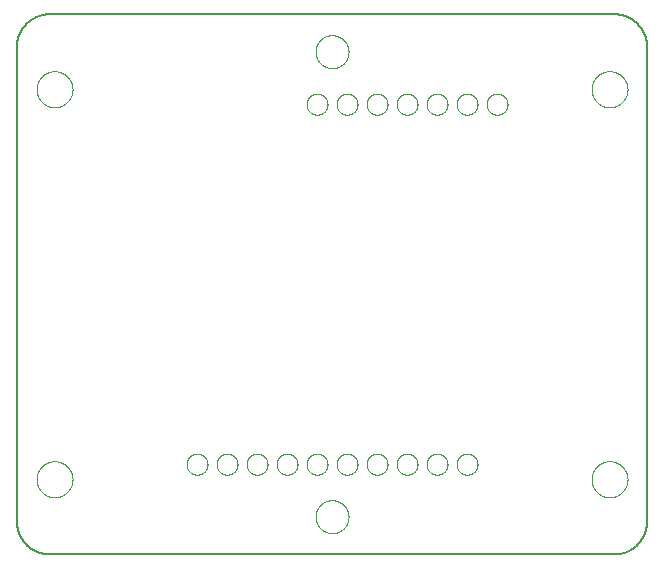
<source format=gko>
G75*
%MOIN*%
%OFA0B0*%
%FSLAX25Y25*%
%IPPOS*%
%LPD*%
%AMOC8*
5,1,8,0,0,1.08239X$1,22.5*
%
%ADD10C,0.00800*%
%ADD11C,0.00000*%
D10*
X0027595Y0050000D02*
X0217595Y0050000D01*
X0217863Y0050027D01*
X0218130Y0050060D01*
X0218397Y0050100D01*
X0218662Y0050146D01*
X0218927Y0050199D01*
X0219189Y0050258D01*
X0219451Y0050324D01*
X0219710Y0050396D01*
X0219968Y0050475D01*
X0220224Y0050560D01*
X0220478Y0050651D01*
X0220729Y0050748D01*
X0220978Y0050851D01*
X0221224Y0050960D01*
X0221468Y0051076D01*
X0221708Y0051197D01*
X0221946Y0051324D01*
X0222180Y0051457D01*
X0222411Y0051596D01*
X0222639Y0051740D01*
X0222863Y0051890D01*
X0223083Y0052045D01*
X0223300Y0052206D01*
X0223512Y0052372D01*
X0223720Y0052543D01*
X0223924Y0052719D01*
X0224124Y0052900D01*
X0224319Y0053085D01*
X0224510Y0053276D01*
X0224695Y0053471D01*
X0224876Y0053671D01*
X0225052Y0053875D01*
X0225223Y0054083D01*
X0225389Y0054295D01*
X0225550Y0054512D01*
X0225705Y0054732D01*
X0225855Y0054956D01*
X0225999Y0055184D01*
X0226138Y0055415D01*
X0226271Y0055649D01*
X0226398Y0055887D01*
X0226519Y0056127D01*
X0226635Y0056371D01*
X0226744Y0056617D01*
X0226847Y0056866D01*
X0226944Y0057117D01*
X0227035Y0057371D01*
X0227120Y0057627D01*
X0227199Y0057885D01*
X0227271Y0058144D01*
X0227337Y0058406D01*
X0227396Y0058668D01*
X0227449Y0058933D01*
X0227495Y0059198D01*
X0227535Y0059465D01*
X0227568Y0059732D01*
X0227595Y0060000D01*
X0227595Y0220000D01*
X0227568Y0220268D01*
X0227535Y0220535D01*
X0227495Y0220802D01*
X0227449Y0221067D01*
X0227396Y0221332D01*
X0227337Y0221594D01*
X0227271Y0221856D01*
X0227199Y0222115D01*
X0227120Y0222373D01*
X0227035Y0222629D01*
X0226944Y0222883D01*
X0226847Y0223134D01*
X0226744Y0223383D01*
X0226635Y0223629D01*
X0226519Y0223873D01*
X0226398Y0224113D01*
X0226271Y0224351D01*
X0226138Y0224585D01*
X0225999Y0224816D01*
X0225855Y0225044D01*
X0225705Y0225268D01*
X0225550Y0225488D01*
X0225389Y0225705D01*
X0225223Y0225917D01*
X0225052Y0226125D01*
X0224876Y0226329D01*
X0224695Y0226529D01*
X0224510Y0226724D01*
X0224319Y0226915D01*
X0224124Y0227100D01*
X0223924Y0227281D01*
X0223720Y0227457D01*
X0223512Y0227628D01*
X0223300Y0227794D01*
X0223083Y0227955D01*
X0222863Y0228110D01*
X0222639Y0228260D01*
X0222411Y0228404D01*
X0222180Y0228543D01*
X0221946Y0228676D01*
X0221708Y0228803D01*
X0221468Y0228924D01*
X0221224Y0229040D01*
X0220978Y0229149D01*
X0220729Y0229252D01*
X0220478Y0229349D01*
X0220224Y0229440D01*
X0219968Y0229525D01*
X0219710Y0229604D01*
X0219451Y0229676D01*
X0219189Y0229742D01*
X0218927Y0229801D01*
X0218662Y0229854D01*
X0218397Y0229900D01*
X0218130Y0229940D01*
X0217863Y0229973D01*
X0217595Y0230000D01*
X0027595Y0230000D01*
X0017595Y0220000D02*
X0017595Y0060000D01*
X0017622Y0059732D01*
X0017655Y0059465D01*
X0017695Y0059198D01*
X0017741Y0058933D01*
X0017794Y0058668D01*
X0017853Y0058406D01*
X0017919Y0058144D01*
X0017991Y0057885D01*
X0018070Y0057627D01*
X0018155Y0057371D01*
X0018246Y0057117D01*
X0018343Y0056866D01*
X0018446Y0056617D01*
X0018555Y0056371D01*
X0018671Y0056127D01*
X0018792Y0055887D01*
X0018919Y0055649D01*
X0019052Y0055415D01*
X0019191Y0055184D01*
X0019335Y0054956D01*
X0019485Y0054732D01*
X0019640Y0054512D01*
X0019801Y0054295D01*
X0019967Y0054083D01*
X0020138Y0053875D01*
X0020314Y0053671D01*
X0020495Y0053471D01*
X0020680Y0053276D01*
X0020871Y0053085D01*
X0021066Y0052900D01*
X0021266Y0052719D01*
X0021470Y0052543D01*
X0021678Y0052372D01*
X0021890Y0052206D01*
X0022107Y0052045D01*
X0022327Y0051890D01*
X0022551Y0051740D01*
X0022779Y0051596D01*
X0023010Y0051457D01*
X0023244Y0051324D01*
X0023482Y0051197D01*
X0023722Y0051076D01*
X0023966Y0050960D01*
X0024212Y0050851D01*
X0024461Y0050748D01*
X0024712Y0050651D01*
X0024966Y0050560D01*
X0025222Y0050475D01*
X0025480Y0050396D01*
X0025739Y0050324D01*
X0026001Y0050258D01*
X0026263Y0050199D01*
X0026528Y0050146D01*
X0026793Y0050100D01*
X0027060Y0050060D01*
X0027327Y0050027D01*
X0027595Y0050000D01*
X0017595Y0220000D02*
X0017622Y0220268D01*
X0017655Y0220535D01*
X0017695Y0220802D01*
X0017741Y0221067D01*
X0017794Y0221332D01*
X0017853Y0221594D01*
X0017919Y0221856D01*
X0017991Y0222115D01*
X0018070Y0222373D01*
X0018155Y0222629D01*
X0018246Y0222883D01*
X0018343Y0223134D01*
X0018446Y0223383D01*
X0018555Y0223629D01*
X0018671Y0223873D01*
X0018792Y0224113D01*
X0018919Y0224351D01*
X0019052Y0224585D01*
X0019191Y0224816D01*
X0019335Y0225044D01*
X0019485Y0225268D01*
X0019640Y0225488D01*
X0019801Y0225705D01*
X0019967Y0225917D01*
X0020138Y0226125D01*
X0020314Y0226329D01*
X0020495Y0226529D01*
X0020680Y0226724D01*
X0020871Y0226915D01*
X0021066Y0227100D01*
X0021266Y0227281D01*
X0021470Y0227457D01*
X0021678Y0227628D01*
X0021890Y0227794D01*
X0022107Y0227955D01*
X0022327Y0228110D01*
X0022551Y0228260D01*
X0022779Y0228404D01*
X0023010Y0228543D01*
X0023244Y0228676D01*
X0023482Y0228803D01*
X0023722Y0228924D01*
X0023966Y0229040D01*
X0024212Y0229149D01*
X0024461Y0229252D01*
X0024712Y0229349D01*
X0024966Y0229440D01*
X0025222Y0229525D01*
X0025480Y0229604D01*
X0025739Y0229676D01*
X0026001Y0229742D01*
X0026263Y0229801D01*
X0026528Y0229854D01*
X0026793Y0229900D01*
X0027060Y0229940D01*
X0027327Y0229973D01*
X0027595Y0230000D01*
D11*
X0024095Y0205000D02*
X0024097Y0205154D01*
X0024103Y0205309D01*
X0024113Y0205463D01*
X0024127Y0205617D01*
X0024145Y0205770D01*
X0024166Y0205923D01*
X0024192Y0206076D01*
X0024222Y0206227D01*
X0024255Y0206378D01*
X0024293Y0206528D01*
X0024334Y0206677D01*
X0024379Y0206825D01*
X0024428Y0206971D01*
X0024481Y0207117D01*
X0024537Y0207260D01*
X0024597Y0207403D01*
X0024661Y0207543D01*
X0024728Y0207683D01*
X0024799Y0207820D01*
X0024873Y0207955D01*
X0024951Y0208089D01*
X0025032Y0208220D01*
X0025117Y0208349D01*
X0025205Y0208477D01*
X0025296Y0208601D01*
X0025390Y0208724D01*
X0025488Y0208844D01*
X0025588Y0208961D01*
X0025692Y0209076D01*
X0025798Y0209188D01*
X0025907Y0209297D01*
X0026019Y0209403D01*
X0026134Y0209507D01*
X0026251Y0209607D01*
X0026371Y0209705D01*
X0026494Y0209799D01*
X0026618Y0209890D01*
X0026746Y0209978D01*
X0026875Y0210063D01*
X0027006Y0210144D01*
X0027140Y0210222D01*
X0027275Y0210296D01*
X0027412Y0210367D01*
X0027552Y0210434D01*
X0027692Y0210498D01*
X0027835Y0210558D01*
X0027978Y0210614D01*
X0028124Y0210667D01*
X0028270Y0210716D01*
X0028418Y0210761D01*
X0028567Y0210802D01*
X0028717Y0210840D01*
X0028868Y0210873D01*
X0029019Y0210903D01*
X0029172Y0210929D01*
X0029325Y0210950D01*
X0029478Y0210968D01*
X0029632Y0210982D01*
X0029786Y0210992D01*
X0029941Y0210998D01*
X0030095Y0211000D01*
X0030249Y0210998D01*
X0030404Y0210992D01*
X0030558Y0210982D01*
X0030712Y0210968D01*
X0030865Y0210950D01*
X0031018Y0210929D01*
X0031171Y0210903D01*
X0031322Y0210873D01*
X0031473Y0210840D01*
X0031623Y0210802D01*
X0031772Y0210761D01*
X0031920Y0210716D01*
X0032066Y0210667D01*
X0032212Y0210614D01*
X0032355Y0210558D01*
X0032498Y0210498D01*
X0032638Y0210434D01*
X0032778Y0210367D01*
X0032915Y0210296D01*
X0033050Y0210222D01*
X0033184Y0210144D01*
X0033315Y0210063D01*
X0033444Y0209978D01*
X0033572Y0209890D01*
X0033696Y0209799D01*
X0033819Y0209705D01*
X0033939Y0209607D01*
X0034056Y0209507D01*
X0034171Y0209403D01*
X0034283Y0209297D01*
X0034392Y0209188D01*
X0034498Y0209076D01*
X0034602Y0208961D01*
X0034702Y0208844D01*
X0034800Y0208724D01*
X0034894Y0208601D01*
X0034985Y0208477D01*
X0035073Y0208349D01*
X0035158Y0208220D01*
X0035239Y0208089D01*
X0035317Y0207955D01*
X0035391Y0207820D01*
X0035462Y0207683D01*
X0035529Y0207543D01*
X0035593Y0207403D01*
X0035653Y0207260D01*
X0035709Y0207117D01*
X0035762Y0206971D01*
X0035811Y0206825D01*
X0035856Y0206677D01*
X0035897Y0206528D01*
X0035935Y0206378D01*
X0035968Y0206227D01*
X0035998Y0206076D01*
X0036024Y0205923D01*
X0036045Y0205770D01*
X0036063Y0205617D01*
X0036077Y0205463D01*
X0036087Y0205309D01*
X0036093Y0205154D01*
X0036095Y0205000D01*
X0036093Y0204846D01*
X0036087Y0204691D01*
X0036077Y0204537D01*
X0036063Y0204383D01*
X0036045Y0204230D01*
X0036024Y0204077D01*
X0035998Y0203924D01*
X0035968Y0203773D01*
X0035935Y0203622D01*
X0035897Y0203472D01*
X0035856Y0203323D01*
X0035811Y0203175D01*
X0035762Y0203029D01*
X0035709Y0202883D01*
X0035653Y0202740D01*
X0035593Y0202597D01*
X0035529Y0202457D01*
X0035462Y0202317D01*
X0035391Y0202180D01*
X0035317Y0202045D01*
X0035239Y0201911D01*
X0035158Y0201780D01*
X0035073Y0201651D01*
X0034985Y0201523D01*
X0034894Y0201399D01*
X0034800Y0201276D01*
X0034702Y0201156D01*
X0034602Y0201039D01*
X0034498Y0200924D01*
X0034392Y0200812D01*
X0034283Y0200703D01*
X0034171Y0200597D01*
X0034056Y0200493D01*
X0033939Y0200393D01*
X0033819Y0200295D01*
X0033696Y0200201D01*
X0033572Y0200110D01*
X0033444Y0200022D01*
X0033315Y0199937D01*
X0033184Y0199856D01*
X0033050Y0199778D01*
X0032915Y0199704D01*
X0032778Y0199633D01*
X0032638Y0199566D01*
X0032498Y0199502D01*
X0032355Y0199442D01*
X0032212Y0199386D01*
X0032066Y0199333D01*
X0031920Y0199284D01*
X0031772Y0199239D01*
X0031623Y0199198D01*
X0031473Y0199160D01*
X0031322Y0199127D01*
X0031171Y0199097D01*
X0031018Y0199071D01*
X0030865Y0199050D01*
X0030712Y0199032D01*
X0030558Y0199018D01*
X0030404Y0199008D01*
X0030249Y0199002D01*
X0030095Y0199000D01*
X0029941Y0199002D01*
X0029786Y0199008D01*
X0029632Y0199018D01*
X0029478Y0199032D01*
X0029325Y0199050D01*
X0029172Y0199071D01*
X0029019Y0199097D01*
X0028868Y0199127D01*
X0028717Y0199160D01*
X0028567Y0199198D01*
X0028418Y0199239D01*
X0028270Y0199284D01*
X0028124Y0199333D01*
X0027978Y0199386D01*
X0027835Y0199442D01*
X0027692Y0199502D01*
X0027552Y0199566D01*
X0027412Y0199633D01*
X0027275Y0199704D01*
X0027140Y0199778D01*
X0027006Y0199856D01*
X0026875Y0199937D01*
X0026746Y0200022D01*
X0026618Y0200110D01*
X0026494Y0200201D01*
X0026371Y0200295D01*
X0026251Y0200393D01*
X0026134Y0200493D01*
X0026019Y0200597D01*
X0025907Y0200703D01*
X0025798Y0200812D01*
X0025692Y0200924D01*
X0025588Y0201039D01*
X0025488Y0201156D01*
X0025390Y0201276D01*
X0025296Y0201399D01*
X0025205Y0201523D01*
X0025117Y0201651D01*
X0025032Y0201780D01*
X0024951Y0201911D01*
X0024873Y0202045D01*
X0024799Y0202180D01*
X0024728Y0202317D01*
X0024661Y0202457D01*
X0024597Y0202597D01*
X0024537Y0202740D01*
X0024481Y0202883D01*
X0024428Y0203029D01*
X0024379Y0203175D01*
X0024334Y0203323D01*
X0024293Y0203472D01*
X0024255Y0203622D01*
X0024222Y0203773D01*
X0024192Y0203924D01*
X0024166Y0204077D01*
X0024145Y0204230D01*
X0024127Y0204383D01*
X0024113Y0204537D01*
X0024103Y0204691D01*
X0024097Y0204846D01*
X0024095Y0205000D01*
X0114095Y0200000D02*
X0114097Y0200118D01*
X0114103Y0200236D01*
X0114113Y0200354D01*
X0114127Y0200471D01*
X0114145Y0200588D01*
X0114167Y0200705D01*
X0114192Y0200820D01*
X0114222Y0200934D01*
X0114256Y0201048D01*
X0114293Y0201160D01*
X0114334Y0201271D01*
X0114379Y0201380D01*
X0114427Y0201488D01*
X0114479Y0201594D01*
X0114535Y0201699D01*
X0114594Y0201801D01*
X0114656Y0201901D01*
X0114722Y0201999D01*
X0114791Y0202095D01*
X0114864Y0202189D01*
X0114939Y0202280D01*
X0115018Y0202368D01*
X0115099Y0202454D01*
X0115184Y0202537D01*
X0115271Y0202617D01*
X0115360Y0202694D01*
X0115453Y0202768D01*
X0115547Y0202838D01*
X0115644Y0202906D01*
X0115744Y0202970D01*
X0115845Y0203031D01*
X0115948Y0203088D01*
X0116054Y0203142D01*
X0116161Y0203193D01*
X0116269Y0203239D01*
X0116379Y0203282D01*
X0116491Y0203321D01*
X0116604Y0203357D01*
X0116718Y0203388D01*
X0116833Y0203416D01*
X0116948Y0203440D01*
X0117065Y0203460D01*
X0117182Y0203476D01*
X0117300Y0203488D01*
X0117418Y0203496D01*
X0117536Y0203500D01*
X0117654Y0203500D01*
X0117772Y0203496D01*
X0117890Y0203488D01*
X0118008Y0203476D01*
X0118125Y0203460D01*
X0118242Y0203440D01*
X0118357Y0203416D01*
X0118472Y0203388D01*
X0118586Y0203357D01*
X0118699Y0203321D01*
X0118811Y0203282D01*
X0118921Y0203239D01*
X0119029Y0203193D01*
X0119136Y0203142D01*
X0119242Y0203088D01*
X0119345Y0203031D01*
X0119446Y0202970D01*
X0119546Y0202906D01*
X0119643Y0202838D01*
X0119737Y0202768D01*
X0119830Y0202694D01*
X0119919Y0202617D01*
X0120006Y0202537D01*
X0120091Y0202454D01*
X0120172Y0202368D01*
X0120251Y0202280D01*
X0120326Y0202189D01*
X0120399Y0202095D01*
X0120468Y0201999D01*
X0120534Y0201901D01*
X0120596Y0201801D01*
X0120655Y0201699D01*
X0120711Y0201594D01*
X0120763Y0201488D01*
X0120811Y0201380D01*
X0120856Y0201271D01*
X0120897Y0201160D01*
X0120934Y0201048D01*
X0120968Y0200934D01*
X0120998Y0200820D01*
X0121023Y0200705D01*
X0121045Y0200588D01*
X0121063Y0200471D01*
X0121077Y0200354D01*
X0121087Y0200236D01*
X0121093Y0200118D01*
X0121095Y0200000D01*
X0121093Y0199882D01*
X0121087Y0199764D01*
X0121077Y0199646D01*
X0121063Y0199529D01*
X0121045Y0199412D01*
X0121023Y0199295D01*
X0120998Y0199180D01*
X0120968Y0199066D01*
X0120934Y0198952D01*
X0120897Y0198840D01*
X0120856Y0198729D01*
X0120811Y0198620D01*
X0120763Y0198512D01*
X0120711Y0198406D01*
X0120655Y0198301D01*
X0120596Y0198199D01*
X0120534Y0198099D01*
X0120468Y0198001D01*
X0120399Y0197905D01*
X0120326Y0197811D01*
X0120251Y0197720D01*
X0120172Y0197632D01*
X0120091Y0197546D01*
X0120006Y0197463D01*
X0119919Y0197383D01*
X0119830Y0197306D01*
X0119737Y0197232D01*
X0119643Y0197162D01*
X0119546Y0197094D01*
X0119446Y0197030D01*
X0119345Y0196969D01*
X0119242Y0196912D01*
X0119136Y0196858D01*
X0119029Y0196807D01*
X0118921Y0196761D01*
X0118811Y0196718D01*
X0118699Y0196679D01*
X0118586Y0196643D01*
X0118472Y0196612D01*
X0118357Y0196584D01*
X0118242Y0196560D01*
X0118125Y0196540D01*
X0118008Y0196524D01*
X0117890Y0196512D01*
X0117772Y0196504D01*
X0117654Y0196500D01*
X0117536Y0196500D01*
X0117418Y0196504D01*
X0117300Y0196512D01*
X0117182Y0196524D01*
X0117065Y0196540D01*
X0116948Y0196560D01*
X0116833Y0196584D01*
X0116718Y0196612D01*
X0116604Y0196643D01*
X0116491Y0196679D01*
X0116379Y0196718D01*
X0116269Y0196761D01*
X0116161Y0196807D01*
X0116054Y0196858D01*
X0115948Y0196912D01*
X0115845Y0196969D01*
X0115744Y0197030D01*
X0115644Y0197094D01*
X0115547Y0197162D01*
X0115453Y0197232D01*
X0115360Y0197306D01*
X0115271Y0197383D01*
X0115184Y0197463D01*
X0115099Y0197546D01*
X0115018Y0197632D01*
X0114939Y0197720D01*
X0114864Y0197811D01*
X0114791Y0197905D01*
X0114722Y0198001D01*
X0114656Y0198099D01*
X0114594Y0198199D01*
X0114535Y0198301D01*
X0114479Y0198406D01*
X0114427Y0198512D01*
X0114379Y0198620D01*
X0114334Y0198729D01*
X0114293Y0198840D01*
X0114256Y0198952D01*
X0114222Y0199066D01*
X0114192Y0199180D01*
X0114167Y0199295D01*
X0114145Y0199412D01*
X0114127Y0199529D01*
X0114113Y0199646D01*
X0114103Y0199764D01*
X0114097Y0199882D01*
X0114095Y0200000D01*
X0124095Y0200000D02*
X0124097Y0200118D01*
X0124103Y0200236D01*
X0124113Y0200354D01*
X0124127Y0200471D01*
X0124145Y0200588D01*
X0124167Y0200705D01*
X0124192Y0200820D01*
X0124222Y0200934D01*
X0124256Y0201048D01*
X0124293Y0201160D01*
X0124334Y0201271D01*
X0124379Y0201380D01*
X0124427Y0201488D01*
X0124479Y0201594D01*
X0124535Y0201699D01*
X0124594Y0201801D01*
X0124656Y0201901D01*
X0124722Y0201999D01*
X0124791Y0202095D01*
X0124864Y0202189D01*
X0124939Y0202280D01*
X0125018Y0202368D01*
X0125099Y0202454D01*
X0125184Y0202537D01*
X0125271Y0202617D01*
X0125360Y0202694D01*
X0125453Y0202768D01*
X0125547Y0202838D01*
X0125644Y0202906D01*
X0125744Y0202970D01*
X0125845Y0203031D01*
X0125948Y0203088D01*
X0126054Y0203142D01*
X0126161Y0203193D01*
X0126269Y0203239D01*
X0126379Y0203282D01*
X0126491Y0203321D01*
X0126604Y0203357D01*
X0126718Y0203388D01*
X0126833Y0203416D01*
X0126948Y0203440D01*
X0127065Y0203460D01*
X0127182Y0203476D01*
X0127300Y0203488D01*
X0127418Y0203496D01*
X0127536Y0203500D01*
X0127654Y0203500D01*
X0127772Y0203496D01*
X0127890Y0203488D01*
X0128008Y0203476D01*
X0128125Y0203460D01*
X0128242Y0203440D01*
X0128357Y0203416D01*
X0128472Y0203388D01*
X0128586Y0203357D01*
X0128699Y0203321D01*
X0128811Y0203282D01*
X0128921Y0203239D01*
X0129029Y0203193D01*
X0129136Y0203142D01*
X0129242Y0203088D01*
X0129345Y0203031D01*
X0129446Y0202970D01*
X0129546Y0202906D01*
X0129643Y0202838D01*
X0129737Y0202768D01*
X0129830Y0202694D01*
X0129919Y0202617D01*
X0130006Y0202537D01*
X0130091Y0202454D01*
X0130172Y0202368D01*
X0130251Y0202280D01*
X0130326Y0202189D01*
X0130399Y0202095D01*
X0130468Y0201999D01*
X0130534Y0201901D01*
X0130596Y0201801D01*
X0130655Y0201699D01*
X0130711Y0201594D01*
X0130763Y0201488D01*
X0130811Y0201380D01*
X0130856Y0201271D01*
X0130897Y0201160D01*
X0130934Y0201048D01*
X0130968Y0200934D01*
X0130998Y0200820D01*
X0131023Y0200705D01*
X0131045Y0200588D01*
X0131063Y0200471D01*
X0131077Y0200354D01*
X0131087Y0200236D01*
X0131093Y0200118D01*
X0131095Y0200000D01*
X0131093Y0199882D01*
X0131087Y0199764D01*
X0131077Y0199646D01*
X0131063Y0199529D01*
X0131045Y0199412D01*
X0131023Y0199295D01*
X0130998Y0199180D01*
X0130968Y0199066D01*
X0130934Y0198952D01*
X0130897Y0198840D01*
X0130856Y0198729D01*
X0130811Y0198620D01*
X0130763Y0198512D01*
X0130711Y0198406D01*
X0130655Y0198301D01*
X0130596Y0198199D01*
X0130534Y0198099D01*
X0130468Y0198001D01*
X0130399Y0197905D01*
X0130326Y0197811D01*
X0130251Y0197720D01*
X0130172Y0197632D01*
X0130091Y0197546D01*
X0130006Y0197463D01*
X0129919Y0197383D01*
X0129830Y0197306D01*
X0129737Y0197232D01*
X0129643Y0197162D01*
X0129546Y0197094D01*
X0129446Y0197030D01*
X0129345Y0196969D01*
X0129242Y0196912D01*
X0129136Y0196858D01*
X0129029Y0196807D01*
X0128921Y0196761D01*
X0128811Y0196718D01*
X0128699Y0196679D01*
X0128586Y0196643D01*
X0128472Y0196612D01*
X0128357Y0196584D01*
X0128242Y0196560D01*
X0128125Y0196540D01*
X0128008Y0196524D01*
X0127890Y0196512D01*
X0127772Y0196504D01*
X0127654Y0196500D01*
X0127536Y0196500D01*
X0127418Y0196504D01*
X0127300Y0196512D01*
X0127182Y0196524D01*
X0127065Y0196540D01*
X0126948Y0196560D01*
X0126833Y0196584D01*
X0126718Y0196612D01*
X0126604Y0196643D01*
X0126491Y0196679D01*
X0126379Y0196718D01*
X0126269Y0196761D01*
X0126161Y0196807D01*
X0126054Y0196858D01*
X0125948Y0196912D01*
X0125845Y0196969D01*
X0125744Y0197030D01*
X0125644Y0197094D01*
X0125547Y0197162D01*
X0125453Y0197232D01*
X0125360Y0197306D01*
X0125271Y0197383D01*
X0125184Y0197463D01*
X0125099Y0197546D01*
X0125018Y0197632D01*
X0124939Y0197720D01*
X0124864Y0197811D01*
X0124791Y0197905D01*
X0124722Y0198001D01*
X0124656Y0198099D01*
X0124594Y0198199D01*
X0124535Y0198301D01*
X0124479Y0198406D01*
X0124427Y0198512D01*
X0124379Y0198620D01*
X0124334Y0198729D01*
X0124293Y0198840D01*
X0124256Y0198952D01*
X0124222Y0199066D01*
X0124192Y0199180D01*
X0124167Y0199295D01*
X0124145Y0199412D01*
X0124127Y0199529D01*
X0124113Y0199646D01*
X0124103Y0199764D01*
X0124097Y0199882D01*
X0124095Y0200000D01*
X0134095Y0200000D02*
X0134097Y0200118D01*
X0134103Y0200236D01*
X0134113Y0200354D01*
X0134127Y0200471D01*
X0134145Y0200588D01*
X0134167Y0200705D01*
X0134192Y0200820D01*
X0134222Y0200934D01*
X0134256Y0201048D01*
X0134293Y0201160D01*
X0134334Y0201271D01*
X0134379Y0201380D01*
X0134427Y0201488D01*
X0134479Y0201594D01*
X0134535Y0201699D01*
X0134594Y0201801D01*
X0134656Y0201901D01*
X0134722Y0201999D01*
X0134791Y0202095D01*
X0134864Y0202189D01*
X0134939Y0202280D01*
X0135018Y0202368D01*
X0135099Y0202454D01*
X0135184Y0202537D01*
X0135271Y0202617D01*
X0135360Y0202694D01*
X0135453Y0202768D01*
X0135547Y0202838D01*
X0135644Y0202906D01*
X0135744Y0202970D01*
X0135845Y0203031D01*
X0135948Y0203088D01*
X0136054Y0203142D01*
X0136161Y0203193D01*
X0136269Y0203239D01*
X0136379Y0203282D01*
X0136491Y0203321D01*
X0136604Y0203357D01*
X0136718Y0203388D01*
X0136833Y0203416D01*
X0136948Y0203440D01*
X0137065Y0203460D01*
X0137182Y0203476D01*
X0137300Y0203488D01*
X0137418Y0203496D01*
X0137536Y0203500D01*
X0137654Y0203500D01*
X0137772Y0203496D01*
X0137890Y0203488D01*
X0138008Y0203476D01*
X0138125Y0203460D01*
X0138242Y0203440D01*
X0138357Y0203416D01*
X0138472Y0203388D01*
X0138586Y0203357D01*
X0138699Y0203321D01*
X0138811Y0203282D01*
X0138921Y0203239D01*
X0139029Y0203193D01*
X0139136Y0203142D01*
X0139242Y0203088D01*
X0139345Y0203031D01*
X0139446Y0202970D01*
X0139546Y0202906D01*
X0139643Y0202838D01*
X0139737Y0202768D01*
X0139830Y0202694D01*
X0139919Y0202617D01*
X0140006Y0202537D01*
X0140091Y0202454D01*
X0140172Y0202368D01*
X0140251Y0202280D01*
X0140326Y0202189D01*
X0140399Y0202095D01*
X0140468Y0201999D01*
X0140534Y0201901D01*
X0140596Y0201801D01*
X0140655Y0201699D01*
X0140711Y0201594D01*
X0140763Y0201488D01*
X0140811Y0201380D01*
X0140856Y0201271D01*
X0140897Y0201160D01*
X0140934Y0201048D01*
X0140968Y0200934D01*
X0140998Y0200820D01*
X0141023Y0200705D01*
X0141045Y0200588D01*
X0141063Y0200471D01*
X0141077Y0200354D01*
X0141087Y0200236D01*
X0141093Y0200118D01*
X0141095Y0200000D01*
X0141093Y0199882D01*
X0141087Y0199764D01*
X0141077Y0199646D01*
X0141063Y0199529D01*
X0141045Y0199412D01*
X0141023Y0199295D01*
X0140998Y0199180D01*
X0140968Y0199066D01*
X0140934Y0198952D01*
X0140897Y0198840D01*
X0140856Y0198729D01*
X0140811Y0198620D01*
X0140763Y0198512D01*
X0140711Y0198406D01*
X0140655Y0198301D01*
X0140596Y0198199D01*
X0140534Y0198099D01*
X0140468Y0198001D01*
X0140399Y0197905D01*
X0140326Y0197811D01*
X0140251Y0197720D01*
X0140172Y0197632D01*
X0140091Y0197546D01*
X0140006Y0197463D01*
X0139919Y0197383D01*
X0139830Y0197306D01*
X0139737Y0197232D01*
X0139643Y0197162D01*
X0139546Y0197094D01*
X0139446Y0197030D01*
X0139345Y0196969D01*
X0139242Y0196912D01*
X0139136Y0196858D01*
X0139029Y0196807D01*
X0138921Y0196761D01*
X0138811Y0196718D01*
X0138699Y0196679D01*
X0138586Y0196643D01*
X0138472Y0196612D01*
X0138357Y0196584D01*
X0138242Y0196560D01*
X0138125Y0196540D01*
X0138008Y0196524D01*
X0137890Y0196512D01*
X0137772Y0196504D01*
X0137654Y0196500D01*
X0137536Y0196500D01*
X0137418Y0196504D01*
X0137300Y0196512D01*
X0137182Y0196524D01*
X0137065Y0196540D01*
X0136948Y0196560D01*
X0136833Y0196584D01*
X0136718Y0196612D01*
X0136604Y0196643D01*
X0136491Y0196679D01*
X0136379Y0196718D01*
X0136269Y0196761D01*
X0136161Y0196807D01*
X0136054Y0196858D01*
X0135948Y0196912D01*
X0135845Y0196969D01*
X0135744Y0197030D01*
X0135644Y0197094D01*
X0135547Y0197162D01*
X0135453Y0197232D01*
X0135360Y0197306D01*
X0135271Y0197383D01*
X0135184Y0197463D01*
X0135099Y0197546D01*
X0135018Y0197632D01*
X0134939Y0197720D01*
X0134864Y0197811D01*
X0134791Y0197905D01*
X0134722Y0198001D01*
X0134656Y0198099D01*
X0134594Y0198199D01*
X0134535Y0198301D01*
X0134479Y0198406D01*
X0134427Y0198512D01*
X0134379Y0198620D01*
X0134334Y0198729D01*
X0134293Y0198840D01*
X0134256Y0198952D01*
X0134222Y0199066D01*
X0134192Y0199180D01*
X0134167Y0199295D01*
X0134145Y0199412D01*
X0134127Y0199529D01*
X0134113Y0199646D01*
X0134103Y0199764D01*
X0134097Y0199882D01*
X0134095Y0200000D01*
X0144095Y0200000D02*
X0144097Y0200118D01*
X0144103Y0200236D01*
X0144113Y0200354D01*
X0144127Y0200471D01*
X0144145Y0200588D01*
X0144167Y0200705D01*
X0144192Y0200820D01*
X0144222Y0200934D01*
X0144256Y0201048D01*
X0144293Y0201160D01*
X0144334Y0201271D01*
X0144379Y0201380D01*
X0144427Y0201488D01*
X0144479Y0201594D01*
X0144535Y0201699D01*
X0144594Y0201801D01*
X0144656Y0201901D01*
X0144722Y0201999D01*
X0144791Y0202095D01*
X0144864Y0202189D01*
X0144939Y0202280D01*
X0145018Y0202368D01*
X0145099Y0202454D01*
X0145184Y0202537D01*
X0145271Y0202617D01*
X0145360Y0202694D01*
X0145453Y0202768D01*
X0145547Y0202838D01*
X0145644Y0202906D01*
X0145744Y0202970D01*
X0145845Y0203031D01*
X0145948Y0203088D01*
X0146054Y0203142D01*
X0146161Y0203193D01*
X0146269Y0203239D01*
X0146379Y0203282D01*
X0146491Y0203321D01*
X0146604Y0203357D01*
X0146718Y0203388D01*
X0146833Y0203416D01*
X0146948Y0203440D01*
X0147065Y0203460D01*
X0147182Y0203476D01*
X0147300Y0203488D01*
X0147418Y0203496D01*
X0147536Y0203500D01*
X0147654Y0203500D01*
X0147772Y0203496D01*
X0147890Y0203488D01*
X0148008Y0203476D01*
X0148125Y0203460D01*
X0148242Y0203440D01*
X0148357Y0203416D01*
X0148472Y0203388D01*
X0148586Y0203357D01*
X0148699Y0203321D01*
X0148811Y0203282D01*
X0148921Y0203239D01*
X0149029Y0203193D01*
X0149136Y0203142D01*
X0149242Y0203088D01*
X0149345Y0203031D01*
X0149446Y0202970D01*
X0149546Y0202906D01*
X0149643Y0202838D01*
X0149737Y0202768D01*
X0149830Y0202694D01*
X0149919Y0202617D01*
X0150006Y0202537D01*
X0150091Y0202454D01*
X0150172Y0202368D01*
X0150251Y0202280D01*
X0150326Y0202189D01*
X0150399Y0202095D01*
X0150468Y0201999D01*
X0150534Y0201901D01*
X0150596Y0201801D01*
X0150655Y0201699D01*
X0150711Y0201594D01*
X0150763Y0201488D01*
X0150811Y0201380D01*
X0150856Y0201271D01*
X0150897Y0201160D01*
X0150934Y0201048D01*
X0150968Y0200934D01*
X0150998Y0200820D01*
X0151023Y0200705D01*
X0151045Y0200588D01*
X0151063Y0200471D01*
X0151077Y0200354D01*
X0151087Y0200236D01*
X0151093Y0200118D01*
X0151095Y0200000D01*
X0151093Y0199882D01*
X0151087Y0199764D01*
X0151077Y0199646D01*
X0151063Y0199529D01*
X0151045Y0199412D01*
X0151023Y0199295D01*
X0150998Y0199180D01*
X0150968Y0199066D01*
X0150934Y0198952D01*
X0150897Y0198840D01*
X0150856Y0198729D01*
X0150811Y0198620D01*
X0150763Y0198512D01*
X0150711Y0198406D01*
X0150655Y0198301D01*
X0150596Y0198199D01*
X0150534Y0198099D01*
X0150468Y0198001D01*
X0150399Y0197905D01*
X0150326Y0197811D01*
X0150251Y0197720D01*
X0150172Y0197632D01*
X0150091Y0197546D01*
X0150006Y0197463D01*
X0149919Y0197383D01*
X0149830Y0197306D01*
X0149737Y0197232D01*
X0149643Y0197162D01*
X0149546Y0197094D01*
X0149446Y0197030D01*
X0149345Y0196969D01*
X0149242Y0196912D01*
X0149136Y0196858D01*
X0149029Y0196807D01*
X0148921Y0196761D01*
X0148811Y0196718D01*
X0148699Y0196679D01*
X0148586Y0196643D01*
X0148472Y0196612D01*
X0148357Y0196584D01*
X0148242Y0196560D01*
X0148125Y0196540D01*
X0148008Y0196524D01*
X0147890Y0196512D01*
X0147772Y0196504D01*
X0147654Y0196500D01*
X0147536Y0196500D01*
X0147418Y0196504D01*
X0147300Y0196512D01*
X0147182Y0196524D01*
X0147065Y0196540D01*
X0146948Y0196560D01*
X0146833Y0196584D01*
X0146718Y0196612D01*
X0146604Y0196643D01*
X0146491Y0196679D01*
X0146379Y0196718D01*
X0146269Y0196761D01*
X0146161Y0196807D01*
X0146054Y0196858D01*
X0145948Y0196912D01*
X0145845Y0196969D01*
X0145744Y0197030D01*
X0145644Y0197094D01*
X0145547Y0197162D01*
X0145453Y0197232D01*
X0145360Y0197306D01*
X0145271Y0197383D01*
X0145184Y0197463D01*
X0145099Y0197546D01*
X0145018Y0197632D01*
X0144939Y0197720D01*
X0144864Y0197811D01*
X0144791Y0197905D01*
X0144722Y0198001D01*
X0144656Y0198099D01*
X0144594Y0198199D01*
X0144535Y0198301D01*
X0144479Y0198406D01*
X0144427Y0198512D01*
X0144379Y0198620D01*
X0144334Y0198729D01*
X0144293Y0198840D01*
X0144256Y0198952D01*
X0144222Y0199066D01*
X0144192Y0199180D01*
X0144167Y0199295D01*
X0144145Y0199412D01*
X0144127Y0199529D01*
X0144113Y0199646D01*
X0144103Y0199764D01*
X0144097Y0199882D01*
X0144095Y0200000D01*
X0154095Y0200000D02*
X0154097Y0200118D01*
X0154103Y0200236D01*
X0154113Y0200354D01*
X0154127Y0200471D01*
X0154145Y0200588D01*
X0154167Y0200705D01*
X0154192Y0200820D01*
X0154222Y0200934D01*
X0154256Y0201048D01*
X0154293Y0201160D01*
X0154334Y0201271D01*
X0154379Y0201380D01*
X0154427Y0201488D01*
X0154479Y0201594D01*
X0154535Y0201699D01*
X0154594Y0201801D01*
X0154656Y0201901D01*
X0154722Y0201999D01*
X0154791Y0202095D01*
X0154864Y0202189D01*
X0154939Y0202280D01*
X0155018Y0202368D01*
X0155099Y0202454D01*
X0155184Y0202537D01*
X0155271Y0202617D01*
X0155360Y0202694D01*
X0155453Y0202768D01*
X0155547Y0202838D01*
X0155644Y0202906D01*
X0155744Y0202970D01*
X0155845Y0203031D01*
X0155948Y0203088D01*
X0156054Y0203142D01*
X0156161Y0203193D01*
X0156269Y0203239D01*
X0156379Y0203282D01*
X0156491Y0203321D01*
X0156604Y0203357D01*
X0156718Y0203388D01*
X0156833Y0203416D01*
X0156948Y0203440D01*
X0157065Y0203460D01*
X0157182Y0203476D01*
X0157300Y0203488D01*
X0157418Y0203496D01*
X0157536Y0203500D01*
X0157654Y0203500D01*
X0157772Y0203496D01*
X0157890Y0203488D01*
X0158008Y0203476D01*
X0158125Y0203460D01*
X0158242Y0203440D01*
X0158357Y0203416D01*
X0158472Y0203388D01*
X0158586Y0203357D01*
X0158699Y0203321D01*
X0158811Y0203282D01*
X0158921Y0203239D01*
X0159029Y0203193D01*
X0159136Y0203142D01*
X0159242Y0203088D01*
X0159345Y0203031D01*
X0159446Y0202970D01*
X0159546Y0202906D01*
X0159643Y0202838D01*
X0159737Y0202768D01*
X0159830Y0202694D01*
X0159919Y0202617D01*
X0160006Y0202537D01*
X0160091Y0202454D01*
X0160172Y0202368D01*
X0160251Y0202280D01*
X0160326Y0202189D01*
X0160399Y0202095D01*
X0160468Y0201999D01*
X0160534Y0201901D01*
X0160596Y0201801D01*
X0160655Y0201699D01*
X0160711Y0201594D01*
X0160763Y0201488D01*
X0160811Y0201380D01*
X0160856Y0201271D01*
X0160897Y0201160D01*
X0160934Y0201048D01*
X0160968Y0200934D01*
X0160998Y0200820D01*
X0161023Y0200705D01*
X0161045Y0200588D01*
X0161063Y0200471D01*
X0161077Y0200354D01*
X0161087Y0200236D01*
X0161093Y0200118D01*
X0161095Y0200000D01*
X0161093Y0199882D01*
X0161087Y0199764D01*
X0161077Y0199646D01*
X0161063Y0199529D01*
X0161045Y0199412D01*
X0161023Y0199295D01*
X0160998Y0199180D01*
X0160968Y0199066D01*
X0160934Y0198952D01*
X0160897Y0198840D01*
X0160856Y0198729D01*
X0160811Y0198620D01*
X0160763Y0198512D01*
X0160711Y0198406D01*
X0160655Y0198301D01*
X0160596Y0198199D01*
X0160534Y0198099D01*
X0160468Y0198001D01*
X0160399Y0197905D01*
X0160326Y0197811D01*
X0160251Y0197720D01*
X0160172Y0197632D01*
X0160091Y0197546D01*
X0160006Y0197463D01*
X0159919Y0197383D01*
X0159830Y0197306D01*
X0159737Y0197232D01*
X0159643Y0197162D01*
X0159546Y0197094D01*
X0159446Y0197030D01*
X0159345Y0196969D01*
X0159242Y0196912D01*
X0159136Y0196858D01*
X0159029Y0196807D01*
X0158921Y0196761D01*
X0158811Y0196718D01*
X0158699Y0196679D01*
X0158586Y0196643D01*
X0158472Y0196612D01*
X0158357Y0196584D01*
X0158242Y0196560D01*
X0158125Y0196540D01*
X0158008Y0196524D01*
X0157890Y0196512D01*
X0157772Y0196504D01*
X0157654Y0196500D01*
X0157536Y0196500D01*
X0157418Y0196504D01*
X0157300Y0196512D01*
X0157182Y0196524D01*
X0157065Y0196540D01*
X0156948Y0196560D01*
X0156833Y0196584D01*
X0156718Y0196612D01*
X0156604Y0196643D01*
X0156491Y0196679D01*
X0156379Y0196718D01*
X0156269Y0196761D01*
X0156161Y0196807D01*
X0156054Y0196858D01*
X0155948Y0196912D01*
X0155845Y0196969D01*
X0155744Y0197030D01*
X0155644Y0197094D01*
X0155547Y0197162D01*
X0155453Y0197232D01*
X0155360Y0197306D01*
X0155271Y0197383D01*
X0155184Y0197463D01*
X0155099Y0197546D01*
X0155018Y0197632D01*
X0154939Y0197720D01*
X0154864Y0197811D01*
X0154791Y0197905D01*
X0154722Y0198001D01*
X0154656Y0198099D01*
X0154594Y0198199D01*
X0154535Y0198301D01*
X0154479Y0198406D01*
X0154427Y0198512D01*
X0154379Y0198620D01*
X0154334Y0198729D01*
X0154293Y0198840D01*
X0154256Y0198952D01*
X0154222Y0199066D01*
X0154192Y0199180D01*
X0154167Y0199295D01*
X0154145Y0199412D01*
X0154127Y0199529D01*
X0154113Y0199646D01*
X0154103Y0199764D01*
X0154097Y0199882D01*
X0154095Y0200000D01*
X0164095Y0200000D02*
X0164097Y0200118D01*
X0164103Y0200236D01*
X0164113Y0200354D01*
X0164127Y0200471D01*
X0164145Y0200588D01*
X0164167Y0200705D01*
X0164192Y0200820D01*
X0164222Y0200934D01*
X0164256Y0201048D01*
X0164293Y0201160D01*
X0164334Y0201271D01*
X0164379Y0201380D01*
X0164427Y0201488D01*
X0164479Y0201594D01*
X0164535Y0201699D01*
X0164594Y0201801D01*
X0164656Y0201901D01*
X0164722Y0201999D01*
X0164791Y0202095D01*
X0164864Y0202189D01*
X0164939Y0202280D01*
X0165018Y0202368D01*
X0165099Y0202454D01*
X0165184Y0202537D01*
X0165271Y0202617D01*
X0165360Y0202694D01*
X0165453Y0202768D01*
X0165547Y0202838D01*
X0165644Y0202906D01*
X0165744Y0202970D01*
X0165845Y0203031D01*
X0165948Y0203088D01*
X0166054Y0203142D01*
X0166161Y0203193D01*
X0166269Y0203239D01*
X0166379Y0203282D01*
X0166491Y0203321D01*
X0166604Y0203357D01*
X0166718Y0203388D01*
X0166833Y0203416D01*
X0166948Y0203440D01*
X0167065Y0203460D01*
X0167182Y0203476D01*
X0167300Y0203488D01*
X0167418Y0203496D01*
X0167536Y0203500D01*
X0167654Y0203500D01*
X0167772Y0203496D01*
X0167890Y0203488D01*
X0168008Y0203476D01*
X0168125Y0203460D01*
X0168242Y0203440D01*
X0168357Y0203416D01*
X0168472Y0203388D01*
X0168586Y0203357D01*
X0168699Y0203321D01*
X0168811Y0203282D01*
X0168921Y0203239D01*
X0169029Y0203193D01*
X0169136Y0203142D01*
X0169242Y0203088D01*
X0169345Y0203031D01*
X0169446Y0202970D01*
X0169546Y0202906D01*
X0169643Y0202838D01*
X0169737Y0202768D01*
X0169830Y0202694D01*
X0169919Y0202617D01*
X0170006Y0202537D01*
X0170091Y0202454D01*
X0170172Y0202368D01*
X0170251Y0202280D01*
X0170326Y0202189D01*
X0170399Y0202095D01*
X0170468Y0201999D01*
X0170534Y0201901D01*
X0170596Y0201801D01*
X0170655Y0201699D01*
X0170711Y0201594D01*
X0170763Y0201488D01*
X0170811Y0201380D01*
X0170856Y0201271D01*
X0170897Y0201160D01*
X0170934Y0201048D01*
X0170968Y0200934D01*
X0170998Y0200820D01*
X0171023Y0200705D01*
X0171045Y0200588D01*
X0171063Y0200471D01*
X0171077Y0200354D01*
X0171087Y0200236D01*
X0171093Y0200118D01*
X0171095Y0200000D01*
X0171093Y0199882D01*
X0171087Y0199764D01*
X0171077Y0199646D01*
X0171063Y0199529D01*
X0171045Y0199412D01*
X0171023Y0199295D01*
X0170998Y0199180D01*
X0170968Y0199066D01*
X0170934Y0198952D01*
X0170897Y0198840D01*
X0170856Y0198729D01*
X0170811Y0198620D01*
X0170763Y0198512D01*
X0170711Y0198406D01*
X0170655Y0198301D01*
X0170596Y0198199D01*
X0170534Y0198099D01*
X0170468Y0198001D01*
X0170399Y0197905D01*
X0170326Y0197811D01*
X0170251Y0197720D01*
X0170172Y0197632D01*
X0170091Y0197546D01*
X0170006Y0197463D01*
X0169919Y0197383D01*
X0169830Y0197306D01*
X0169737Y0197232D01*
X0169643Y0197162D01*
X0169546Y0197094D01*
X0169446Y0197030D01*
X0169345Y0196969D01*
X0169242Y0196912D01*
X0169136Y0196858D01*
X0169029Y0196807D01*
X0168921Y0196761D01*
X0168811Y0196718D01*
X0168699Y0196679D01*
X0168586Y0196643D01*
X0168472Y0196612D01*
X0168357Y0196584D01*
X0168242Y0196560D01*
X0168125Y0196540D01*
X0168008Y0196524D01*
X0167890Y0196512D01*
X0167772Y0196504D01*
X0167654Y0196500D01*
X0167536Y0196500D01*
X0167418Y0196504D01*
X0167300Y0196512D01*
X0167182Y0196524D01*
X0167065Y0196540D01*
X0166948Y0196560D01*
X0166833Y0196584D01*
X0166718Y0196612D01*
X0166604Y0196643D01*
X0166491Y0196679D01*
X0166379Y0196718D01*
X0166269Y0196761D01*
X0166161Y0196807D01*
X0166054Y0196858D01*
X0165948Y0196912D01*
X0165845Y0196969D01*
X0165744Y0197030D01*
X0165644Y0197094D01*
X0165547Y0197162D01*
X0165453Y0197232D01*
X0165360Y0197306D01*
X0165271Y0197383D01*
X0165184Y0197463D01*
X0165099Y0197546D01*
X0165018Y0197632D01*
X0164939Y0197720D01*
X0164864Y0197811D01*
X0164791Y0197905D01*
X0164722Y0198001D01*
X0164656Y0198099D01*
X0164594Y0198199D01*
X0164535Y0198301D01*
X0164479Y0198406D01*
X0164427Y0198512D01*
X0164379Y0198620D01*
X0164334Y0198729D01*
X0164293Y0198840D01*
X0164256Y0198952D01*
X0164222Y0199066D01*
X0164192Y0199180D01*
X0164167Y0199295D01*
X0164145Y0199412D01*
X0164127Y0199529D01*
X0164113Y0199646D01*
X0164103Y0199764D01*
X0164097Y0199882D01*
X0164095Y0200000D01*
X0174095Y0200000D02*
X0174097Y0200118D01*
X0174103Y0200236D01*
X0174113Y0200354D01*
X0174127Y0200471D01*
X0174145Y0200588D01*
X0174167Y0200705D01*
X0174192Y0200820D01*
X0174222Y0200934D01*
X0174256Y0201048D01*
X0174293Y0201160D01*
X0174334Y0201271D01*
X0174379Y0201380D01*
X0174427Y0201488D01*
X0174479Y0201594D01*
X0174535Y0201699D01*
X0174594Y0201801D01*
X0174656Y0201901D01*
X0174722Y0201999D01*
X0174791Y0202095D01*
X0174864Y0202189D01*
X0174939Y0202280D01*
X0175018Y0202368D01*
X0175099Y0202454D01*
X0175184Y0202537D01*
X0175271Y0202617D01*
X0175360Y0202694D01*
X0175453Y0202768D01*
X0175547Y0202838D01*
X0175644Y0202906D01*
X0175744Y0202970D01*
X0175845Y0203031D01*
X0175948Y0203088D01*
X0176054Y0203142D01*
X0176161Y0203193D01*
X0176269Y0203239D01*
X0176379Y0203282D01*
X0176491Y0203321D01*
X0176604Y0203357D01*
X0176718Y0203388D01*
X0176833Y0203416D01*
X0176948Y0203440D01*
X0177065Y0203460D01*
X0177182Y0203476D01*
X0177300Y0203488D01*
X0177418Y0203496D01*
X0177536Y0203500D01*
X0177654Y0203500D01*
X0177772Y0203496D01*
X0177890Y0203488D01*
X0178008Y0203476D01*
X0178125Y0203460D01*
X0178242Y0203440D01*
X0178357Y0203416D01*
X0178472Y0203388D01*
X0178586Y0203357D01*
X0178699Y0203321D01*
X0178811Y0203282D01*
X0178921Y0203239D01*
X0179029Y0203193D01*
X0179136Y0203142D01*
X0179242Y0203088D01*
X0179345Y0203031D01*
X0179446Y0202970D01*
X0179546Y0202906D01*
X0179643Y0202838D01*
X0179737Y0202768D01*
X0179830Y0202694D01*
X0179919Y0202617D01*
X0180006Y0202537D01*
X0180091Y0202454D01*
X0180172Y0202368D01*
X0180251Y0202280D01*
X0180326Y0202189D01*
X0180399Y0202095D01*
X0180468Y0201999D01*
X0180534Y0201901D01*
X0180596Y0201801D01*
X0180655Y0201699D01*
X0180711Y0201594D01*
X0180763Y0201488D01*
X0180811Y0201380D01*
X0180856Y0201271D01*
X0180897Y0201160D01*
X0180934Y0201048D01*
X0180968Y0200934D01*
X0180998Y0200820D01*
X0181023Y0200705D01*
X0181045Y0200588D01*
X0181063Y0200471D01*
X0181077Y0200354D01*
X0181087Y0200236D01*
X0181093Y0200118D01*
X0181095Y0200000D01*
X0181093Y0199882D01*
X0181087Y0199764D01*
X0181077Y0199646D01*
X0181063Y0199529D01*
X0181045Y0199412D01*
X0181023Y0199295D01*
X0180998Y0199180D01*
X0180968Y0199066D01*
X0180934Y0198952D01*
X0180897Y0198840D01*
X0180856Y0198729D01*
X0180811Y0198620D01*
X0180763Y0198512D01*
X0180711Y0198406D01*
X0180655Y0198301D01*
X0180596Y0198199D01*
X0180534Y0198099D01*
X0180468Y0198001D01*
X0180399Y0197905D01*
X0180326Y0197811D01*
X0180251Y0197720D01*
X0180172Y0197632D01*
X0180091Y0197546D01*
X0180006Y0197463D01*
X0179919Y0197383D01*
X0179830Y0197306D01*
X0179737Y0197232D01*
X0179643Y0197162D01*
X0179546Y0197094D01*
X0179446Y0197030D01*
X0179345Y0196969D01*
X0179242Y0196912D01*
X0179136Y0196858D01*
X0179029Y0196807D01*
X0178921Y0196761D01*
X0178811Y0196718D01*
X0178699Y0196679D01*
X0178586Y0196643D01*
X0178472Y0196612D01*
X0178357Y0196584D01*
X0178242Y0196560D01*
X0178125Y0196540D01*
X0178008Y0196524D01*
X0177890Y0196512D01*
X0177772Y0196504D01*
X0177654Y0196500D01*
X0177536Y0196500D01*
X0177418Y0196504D01*
X0177300Y0196512D01*
X0177182Y0196524D01*
X0177065Y0196540D01*
X0176948Y0196560D01*
X0176833Y0196584D01*
X0176718Y0196612D01*
X0176604Y0196643D01*
X0176491Y0196679D01*
X0176379Y0196718D01*
X0176269Y0196761D01*
X0176161Y0196807D01*
X0176054Y0196858D01*
X0175948Y0196912D01*
X0175845Y0196969D01*
X0175744Y0197030D01*
X0175644Y0197094D01*
X0175547Y0197162D01*
X0175453Y0197232D01*
X0175360Y0197306D01*
X0175271Y0197383D01*
X0175184Y0197463D01*
X0175099Y0197546D01*
X0175018Y0197632D01*
X0174939Y0197720D01*
X0174864Y0197811D01*
X0174791Y0197905D01*
X0174722Y0198001D01*
X0174656Y0198099D01*
X0174594Y0198199D01*
X0174535Y0198301D01*
X0174479Y0198406D01*
X0174427Y0198512D01*
X0174379Y0198620D01*
X0174334Y0198729D01*
X0174293Y0198840D01*
X0174256Y0198952D01*
X0174222Y0199066D01*
X0174192Y0199180D01*
X0174167Y0199295D01*
X0174145Y0199412D01*
X0174127Y0199529D01*
X0174113Y0199646D01*
X0174103Y0199764D01*
X0174097Y0199882D01*
X0174095Y0200000D01*
X0209095Y0205000D02*
X0209097Y0205154D01*
X0209103Y0205309D01*
X0209113Y0205463D01*
X0209127Y0205617D01*
X0209145Y0205770D01*
X0209166Y0205923D01*
X0209192Y0206076D01*
X0209222Y0206227D01*
X0209255Y0206378D01*
X0209293Y0206528D01*
X0209334Y0206677D01*
X0209379Y0206825D01*
X0209428Y0206971D01*
X0209481Y0207117D01*
X0209537Y0207260D01*
X0209597Y0207403D01*
X0209661Y0207543D01*
X0209728Y0207683D01*
X0209799Y0207820D01*
X0209873Y0207955D01*
X0209951Y0208089D01*
X0210032Y0208220D01*
X0210117Y0208349D01*
X0210205Y0208477D01*
X0210296Y0208601D01*
X0210390Y0208724D01*
X0210488Y0208844D01*
X0210588Y0208961D01*
X0210692Y0209076D01*
X0210798Y0209188D01*
X0210907Y0209297D01*
X0211019Y0209403D01*
X0211134Y0209507D01*
X0211251Y0209607D01*
X0211371Y0209705D01*
X0211494Y0209799D01*
X0211618Y0209890D01*
X0211746Y0209978D01*
X0211875Y0210063D01*
X0212006Y0210144D01*
X0212140Y0210222D01*
X0212275Y0210296D01*
X0212412Y0210367D01*
X0212552Y0210434D01*
X0212692Y0210498D01*
X0212835Y0210558D01*
X0212978Y0210614D01*
X0213124Y0210667D01*
X0213270Y0210716D01*
X0213418Y0210761D01*
X0213567Y0210802D01*
X0213717Y0210840D01*
X0213868Y0210873D01*
X0214019Y0210903D01*
X0214172Y0210929D01*
X0214325Y0210950D01*
X0214478Y0210968D01*
X0214632Y0210982D01*
X0214786Y0210992D01*
X0214941Y0210998D01*
X0215095Y0211000D01*
X0215249Y0210998D01*
X0215404Y0210992D01*
X0215558Y0210982D01*
X0215712Y0210968D01*
X0215865Y0210950D01*
X0216018Y0210929D01*
X0216171Y0210903D01*
X0216322Y0210873D01*
X0216473Y0210840D01*
X0216623Y0210802D01*
X0216772Y0210761D01*
X0216920Y0210716D01*
X0217066Y0210667D01*
X0217212Y0210614D01*
X0217355Y0210558D01*
X0217498Y0210498D01*
X0217638Y0210434D01*
X0217778Y0210367D01*
X0217915Y0210296D01*
X0218050Y0210222D01*
X0218184Y0210144D01*
X0218315Y0210063D01*
X0218444Y0209978D01*
X0218572Y0209890D01*
X0218696Y0209799D01*
X0218819Y0209705D01*
X0218939Y0209607D01*
X0219056Y0209507D01*
X0219171Y0209403D01*
X0219283Y0209297D01*
X0219392Y0209188D01*
X0219498Y0209076D01*
X0219602Y0208961D01*
X0219702Y0208844D01*
X0219800Y0208724D01*
X0219894Y0208601D01*
X0219985Y0208477D01*
X0220073Y0208349D01*
X0220158Y0208220D01*
X0220239Y0208089D01*
X0220317Y0207955D01*
X0220391Y0207820D01*
X0220462Y0207683D01*
X0220529Y0207543D01*
X0220593Y0207403D01*
X0220653Y0207260D01*
X0220709Y0207117D01*
X0220762Y0206971D01*
X0220811Y0206825D01*
X0220856Y0206677D01*
X0220897Y0206528D01*
X0220935Y0206378D01*
X0220968Y0206227D01*
X0220998Y0206076D01*
X0221024Y0205923D01*
X0221045Y0205770D01*
X0221063Y0205617D01*
X0221077Y0205463D01*
X0221087Y0205309D01*
X0221093Y0205154D01*
X0221095Y0205000D01*
X0221093Y0204846D01*
X0221087Y0204691D01*
X0221077Y0204537D01*
X0221063Y0204383D01*
X0221045Y0204230D01*
X0221024Y0204077D01*
X0220998Y0203924D01*
X0220968Y0203773D01*
X0220935Y0203622D01*
X0220897Y0203472D01*
X0220856Y0203323D01*
X0220811Y0203175D01*
X0220762Y0203029D01*
X0220709Y0202883D01*
X0220653Y0202740D01*
X0220593Y0202597D01*
X0220529Y0202457D01*
X0220462Y0202317D01*
X0220391Y0202180D01*
X0220317Y0202045D01*
X0220239Y0201911D01*
X0220158Y0201780D01*
X0220073Y0201651D01*
X0219985Y0201523D01*
X0219894Y0201399D01*
X0219800Y0201276D01*
X0219702Y0201156D01*
X0219602Y0201039D01*
X0219498Y0200924D01*
X0219392Y0200812D01*
X0219283Y0200703D01*
X0219171Y0200597D01*
X0219056Y0200493D01*
X0218939Y0200393D01*
X0218819Y0200295D01*
X0218696Y0200201D01*
X0218572Y0200110D01*
X0218444Y0200022D01*
X0218315Y0199937D01*
X0218184Y0199856D01*
X0218050Y0199778D01*
X0217915Y0199704D01*
X0217778Y0199633D01*
X0217638Y0199566D01*
X0217498Y0199502D01*
X0217355Y0199442D01*
X0217212Y0199386D01*
X0217066Y0199333D01*
X0216920Y0199284D01*
X0216772Y0199239D01*
X0216623Y0199198D01*
X0216473Y0199160D01*
X0216322Y0199127D01*
X0216171Y0199097D01*
X0216018Y0199071D01*
X0215865Y0199050D01*
X0215712Y0199032D01*
X0215558Y0199018D01*
X0215404Y0199008D01*
X0215249Y0199002D01*
X0215095Y0199000D01*
X0214941Y0199002D01*
X0214786Y0199008D01*
X0214632Y0199018D01*
X0214478Y0199032D01*
X0214325Y0199050D01*
X0214172Y0199071D01*
X0214019Y0199097D01*
X0213868Y0199127D01*
X0213717Y0199160D01*
X0213567Y0199198D01*
X0213418Y0199239D01*
X0213270Y0199284D01*
X0213124Y0199333D01*
X0212978Y0199386D01*
X0212835Y0199442D01*
X0212692Y0199502D01*
X0212552Y0199566D01*
X0212412Y0199633D01*
X0212275Y0199704D01*
X0212140Y0199778D01*
X0212006Y0199856D01*
X0211875Y0199937D01*
X0211746Y0200022D01*
X0211618Y0200110D01*
X0211494Y0200201D01*
X0211371Y0200295D01*
X0211251Y0200393D01*
X0211134Y0200493D01*
X0211019Y0200597D01*
X0210907Y0200703D01*
X0210798Y0200812D01*
X0210692Y0200924D01*
X0210588Y0201039D01*
X0210488Y0201156D01*
X0210390Y0201276D01*
X0210296Y0201399D01*
X0210205Y0201523D01*
X0210117Y0201651D01*
X0210032Y0201780D01*
X0209951Y0201911D01*
X0209873Y0202045D01*
X0209799Y0202180D01*
X0209728Y0202317D01*
X0209661Y0202457D01*
X0209597Y0202597D01*
X0209537Y0202740D01*
X0209481Y0202883D01*
X0209428Y0203029D01*
X0209379Y0203175D01*
X0209334Y0203323D01*
X0209293Y0203472D01*
X0209255Y0203622D01*
X0209222Y0203773D01*
X0209192Y0203924D01*
X0209166Y0204077D01*
X0209145Y0204230D01*
X0209127Y0204383D01*
X0209113Y0204537D01*
X0209103Y0204691D01*
X0209097Y0204846D01*
X0209095Y0205000D01*
X0117095Y0217500D02*
X0117097Y0217648D01*
X0117103Y0217796D01*
X0117113Y0217944D01*
X0117127Y0218092D01*
X0117145Y0218239D01*
X0117167Y0218386D01*
X0117193Y0218532D01*
X0117222Y0218677D01*
X0117256Y0218822D01*
X0117294Y0218965D01*
X0117335Y0219108D01*
X0117380Y0219249D01*
X0117430Y0219389D01*
X0117482Y0219527D01*
X0117539Y0219665D01*
X0117599Y0219800D01*
X0117663Y0219934D01*
X0117730Y0220066D01*
X0117801Y0220196D01*
X0117876Y0220325D01*
X0117954Y0220451D01*
X0118035Y0220575D01*
X0118119Y0220697D01*
X0118207Y0220816D01*
X0118298Y0220933D01*
X0118392Y0221048D01*
X0118490Y0221160D01*
X0118590Y0221269D01*
X0118693Y0221376D01*
X0118799Y0221480D01*
X0118907Y0221581D01*
X0119019Y0221679D01*
X0119133Y0221774D01*
X0119249Y0221865D01*
X0119368Y0221954D01*
X0119489Y0222039D01*
X0119613Y0222121D01*
X0119739Y0222200D01*
X0119866Y0222275D01*
X0119996Y0222347D01*
X0120128Y0222416D01*
X0120261Y0222480D01*
X0120396Y0222541D01*
X0120533Y0222599D01*
X0120671Y0222653D01*
X0120811Y0222703D01*
X0120952Y0222749D01*
X0121094Y0222791D01*
X0121237Y0222830D01*
X0121381Y0222864D01*
X0121527Y0222895D01*
X0121672Y0222922D01*
X0121819Y0222945D01*
X0121966Y0222964D01*
X0122114Y0222979D01*
X0122261Y0222990D01*
X0122410Y0222997D01*
X0122558Y0223000D01*
X0122706Y0222999D01*
X0122854Y0222994D01*
X0123002Y0222985D01*
X0123150Y0222972D01*
X0123298Y0222955D01*
X0123444Y0222934D01*
X0123591Y0222909D01*
X0123736Y0222880D01*
X0123881Y0222848D01*
X0124024Y0222811D01*
X0124167Y0222771D01*
X0124309Y0222726D01*
X0124449Y0222678D01*
X0124588Y0222626D01*
X0124725Y0222571D01*
X0124861Y0222511D01*
X0124996Y0222448D01*
X0125128Y0222382D01*
X0125259Y0222312D01*
X0125388Y0222238D01*
X0125514Y0222161D01*
X0125639Y0222081D01*
X0125761Y0221997D01*
X0125882Y0221910D01*
X0125999Y0221820D01*
X0126115Y0221726D01*
X0126227Y0221630D01*
X0126337Y0221531D01*
X0126445Y0221428D01*
X0126549Y0221323D01*
X0126651Y0221215D01*
X0126749Y0221104D01*
X0126845Y0220991D01*
X0126938Y0220875D01*
X0127027Y0220757D01*
X0127113Y0220636D01*
X0127196Y0220513D01*
X0127276Y0220388D01*
X0127352Y0220261D01*
X0127425Y0220131D01*
X0127494Y0220000D01*
X0127559Y0219867D01*
X0127622Y0219733D01*
X0127680Y0219596D01*
X0127735Y0219458D01*
X0127785Y0219319D01*
X0127833Y0219178D01*
X0127876Y0219037D01*
X0127916Y0218894D01*
X0127951Y0218750D01*
X0127983Y0218605D01*
X0128011Y0218459D01*
X0128035Y0218313D01*
X0128055Y0218166D01*
X0128071Y0218018D01*
X0128083Y0217871D01*
X0128091Y0217722D01*
X0128095Y0217574D01*
X0128095Y0217426D01*
X0128091Y0217278D01*
X0128083Y0217129D01*
X0128071Y0216982D01*
X0128055Y0216834D01*
X0128035Y0216687D01*
X0128011Y0216541D01*
X0127983Y0216395D01*
X0127951Y0216250D01*
X0127916Y0216106D01*
X0127876Y0215963D01*
X0127833Y0215822D01*
X0127785Y0215681D01*
X0127735Y0215542D01*
X0127680Y0215404D01*
X0127622Y0215267D01*
X0127559Y0215133D01*
X0127494Y0215000D01*
X0127425Y0214869D01*
X0127352Y0214739D01*
X0127276Y0214612D01*
X0127196Y0214487D01*
X0127113Y0214364D01*
X0127027Y0214243D01*
X0126938Y0214125D01*
X0126845Y0214009D01*
X0126749Y0213896D01*
X0126651Y0213785D01*
X0126549Y0213677D01*
X0126445Y0213572D01*
X0126337Y0213469D01*
X0126227Y0213370D01*
X0126115Y0213274D01*
X0125999Y0213180D01*
X0125882Y0213090D01*
X0125761Y0213003D01*
X0125639Y0212919D01*
X0125514Y0212839D01*
X0125388Y0212762D01*
X0125259Y0212688D01*
X0125128Y0212618D01*
X0124996Y0212552D01*
X0124861Y0212489D01*
X0124725Y0212429D01*
X0124588Y0212374D01*
X0124449Y0212322D01*
X0124309Y0212274D01*
X0124167Y0212229D01*
X0124024Y0212189D01*
X0123881Y0212152D01*
X0123736Y0212120D01*
X0123591Y0212091D01*
X0123444Y0212066D01*
X0123298Y0212045D01*
X0123150Y0212028D01*
X0123002Y0212015D01*
X0122854Y0212006D01*
X0122706Y0212001D01*
X0122558Y0212000D01*
X0122410Y0212003D01*
X0122261Y0212010D01*
X0122114Y0212021D01*
X0121966Y0212036D01*
X0121819Y0212055D01*
X0121672Y0212078D01*
X0121527Y0212105D01*
X0121381Y0212136D01*
X0121237Y0212170D01*
X0121094Y0212209D01*
X0120952Y0212251D01*
X0120811Y0212297D01*
X0120671Y0212347D01*
X0120533Y0212401D01*
X0120396Y0212459D01*
X0120261Y0212520D01*
X0120128Y0212584D01*
X0119996Y0212653D01*
X0119866Y0212725D01*
X0119739Y0212800D01*
X0119613Y0212879D01*
X0119489Y0212961D01*
X0119368Y0213046D01*
X0119249Y0213135D01*
X0119133Y0213226D01*
X0119019Y0213321D01*
X0118907Y0213419D01*
X0118799Y0213520D01*
X0118693Y0213624D01*
X0118590Y0213731D01*
X0118490Y0213840D01*
X0118392Y0213952D01*
X0118298Y0214067D01*
X0118207Y0214184D01*
X0118119Y0214303D01*
X0118035Y0214425D01*
X0117954Y0214549D01*
X0117876Y0214675D01*
X0117801Y0214804D01*
X0117730Y0214934D01*
X0117663Y0215066D01*
X0117599Y0215200D01*
X0117539Y0215335D01*
X0117482Y0215473D01*
X0117430Y0215611D01*
X0117380Y0215751D01*
X0117335Y0215892D01*
X0117294Y0216035D01*
X0117256Y0216178D01*
X0117222Y0216323D01*
X0117193Y0216468D01*
X0117167Y0216614D01*
X0117145Y0216761D01*
X0117127Y0216908D01*
X0117113Y0217056D01*
X0117103Y0217204D01*
X0117097Y0217352D01*
X0117095Y0217500D01*
X0114095Y0080000D02*
X0114097Y0080118D01*
X0114103Y0080236D01*
X0114113Y0080354D01*
X0114127Y0080471D01*
X0114145Y0080588D01*
X0114167Y0080705D01*
X0114192Y0080820D01*
X0114222Y0080934D01*
X0114256Y0081048D01*
X0114293Y0081160D01*
X0114334Y0081271D01*
X0114379Y0081380D01*
X0114427Y0081488D01*
X0114479Y0081594D01*
X0114535Y0081699D01*
X0114594Y0081801D01*
X0114656Y0081901D01*
X0114722Y0081999D01*
X0114791Y0082095D01*
X0114864Y0082189D01*
X0114939Y0082280D01*
X0115018Y0082368D01*
X0115099Y0082454D01*
X0115184Y0082537D01*
X0115271Y0082617D01*
X0115360Y0082694D01*
X0115453Y0082768D01*
X0115547Y0082838D01*
X0115644Y0082906D01*
X0115744Y0082970D01*
X0115845Y0083031D01*
X0115948Y0083088D01*
X0116054Y0083142D01*
X0116161Y0083193D01*
X0116269Y0083239D01*
X0116379Y0083282D01*
X0116491Y0083321D01*
X0116604Y0083357D01*
X0116718Y0083388D01*
X0116833Y0083416D01*
X0116948Y0083440D01*
X0117065Y0083460D01*
X0117182Y0083476D01*
X0117300Y0083488D01*
X0117418Y0083496D01*
X0117536Y0083500D01*
X0117654Y0083500D01*
X0117772Y0083496D01*
X0117890Y0083488D01*
X0118008Y0083476D01*
X0118125Y0083460D01*
X0118242Y0083440D01*
X0118357Y0083416D01*
X0118472Y0083388D01*
X0118586Y0083357D01*
X0118699Y0083321D01*
X0118811Y0083282D01*
X0118921Y0083239D01*
X0119029Y0083193D01*
X0119136Y0083142D01*
X0119242Y0083088D01*
X0119345Y0083031D01*
X0119446Y0082970D01*
X0119546Y0082906D01*
X0119643Y0082838D01*
X0119737Y0082768D01*
X0119830Y0082694D01*
X0119919Y0082617D01*
X0120006Y0082537D01*
X0120091Y0082454D01*
X0120172Y0082368D01*
X0120251Y0082280D01*
X0120326Y0082189D01*
X0120399Y0082095D01*
X0120468Y0081999D01*
X0120534Y0081901D01*
X0120596Y0081801D01*
X0120655Y0081699D01*
X0120711Y0081594D01*
X0120763Y0081488D01*
X0120811Y0081380D01*
X0120856Y0081271D01*
X0120897Y0081160D01*
X0120934Y0081048D01*
X0120968Y0080934D01*
X0120998Y0080820D01*
X0121023Y0080705D01*
X0121045Y0080588D01*
X0121063Y0080471D01*
X0121077Y0080354D01*
X0121087Y0080236D01*
X0121093Y0080118D01*
X0121095Y0080000D01*
X0121093Y0079882D01*
X0121087Y0079764D01*
X0121077Y0079646D01*
X0121063Y0079529D01*
X0121045Y0079412D01*
X0121023Y0079295D01*
X0120998Y0079180D01*
X0120968Y0079066D01*
X0120934Y0078952D01*
X0120897Y0078840D01*
X0120856Y0078729D01*
X0120811Y0078620D01*
X0120763Y0078512D01*
X0120711Y0078406D01*
X0120655Y0078301D01*
X0120596Y0078199D01*
X0120534Y0078099D01*
X0120468Y0078001D01*
X0120399Y0077905D01*
X0120326Y0077811D01*
X0120251Y0077720D01*
X0120172Y0077632D01*
X0120091Y0077546D01*
X0120006Y0077463D01*
X0119919Y0077383D01*
X0119830Y0077306D01*
X0119737Y0077232D01*
X0119643Y0077162D01*
X0119546Y0077094D01*
X0119446Y0077030D01*
X0119345Y0076969D01*
X0119242Y0076912D01*
X0119136Y0076858D01*
X0119029Y0076807D01*
X0118921Y0076761D01*
X0118811Y0076718D01*
X0118699Y0076679D01*
X0118586Y0076643D01*
X0118472Y0076612D01*
X0118357Y0076584D01*
X0118242Y0076560D01*
X0118125Y0076540D01*
X0118008Y0076524D01*
X0117890Y0076512D01*
X0117772Y0076504D01*
X0117654Y0076500D01*
X0117536Y0076500D01*
X0117418Y0076504D01*
X0117300Y0076512D01*
X0117182Y0076524D01*
X0117065Y0076540D01*
X0116948Y0076560D01*
X0116833Y0076584D01*
X0116718Y0076612D01*
X0116604Y0076643D01*
X0116491Y0076679D01*
X0116379Y0076718D01*
X0116269Y0076761D01*
X0116161Y0076807D01*
X0116054Y0076858D01*
X0115948Y0076912D01*
X0115845Y0076969D01*
X0115744Y0077030D01*
X0115644Y0077094D01*
X0115547Y0077162D01*
X0115453Y0077232D01*
X0115360Y0077306D01*
X0115271Y0077383D01*
X0115184Y0077463D01*
X0115099Y0077546D01*
X0115018Y0077632D01*
X0114939Y0077720D01*
X0114864Y0077811D01*
X0114791Y0077905D01*
X0114722Y0078001D01*
X0114656Y0078099D01*
X0114594Y0078199D01*
X0114535Y0078301D01*
X0114479Y0078406D01*
X0114427Y0078512D01*
X0114379Y0078620D01*
X0114334Y0078729D01*
X0114293Y0078840D01*
X0114256Y0078952D01*
X0114222Y0079066D01*
X0114192Y0079180D01*
X0114167Y0079295D01*
X0114145Y0079412D01*
X0114127Y0079529D01*
X0114113Y0079646D01*
X0114103Y0079764D01*
X0114097Y0079882D01*
X0114095Y0080000D01*
X0104095Y0080000D02*
X0104097Y0080118D01*
X0104103Y0080236D01*
X0104113Y0080354D01*
X0104127Y0080471D01*
X0104145Y0080588D01*
X0104167Y0080705D01*
X0104192Y0080820D01*
X0104222Y0080934D01*
X0104256Y0081048D01*
X0104293Y0081160D01*
X0104334Y0081271D01*
X0104379Y0081380D01*
X0104427Y0081488D01*
X0104479Y0081594D01*
X0104535Y0081699D01*
X0104594Y0081801D01*
X0104656Y0081901D01*
X0104722Y0081999D01*
X0104791Y0082095D01*
X0104864Y0082189D01*
X0104939Y0082280D01*
X0105018Y0082368D01*
X0105099Y0082454D01*
X0105184Y0082537D01*
X0105271Y0082617D01*
X0105360Y0082694D01*
X0105453Y0082768D01*
X0105547Y0082838D01*
X0105644Y0082906D01*
X0105744Y0082970D01*
X0105845Y0083031D01*
X0105948Y0083088D01*
X0106054Y0083142D01*
X0106161Y0083193D01*
X0106269Y0083239D01*
X0106379Y0083282D01*
X0106491Y0083321D01*
X0106604Y0083357D01*
X0106718Y0083388D01*
X0106833Y0083416D01*
X0106948Y0083440D01*
X0107065Y0083460D01*
X0107182Y0083476D01*
X0107300Y0083488D01*
X0107418Y0083496D01*
X0107536Y0083500D01*
X0107654Y0083500D01*
X0107772Y0083496D01*
X0107890Y0083488D01*
X0108008Y0083476D01*
X0108125Y0083460D01*
X0108242Y0083440D01*
X0108357Y0083416D01*
X0108472Y0083388D01*
X0108586Y0083357D01*
X0108699Y0083321D01*
X0108811Y0083282D01*
X0108921Y0083239D01*
X0109029Y0083193D01*
X0109136Y0083142D01*
X0109242Y0083088D01*
X0109345Y0083031D01*
X0109446Y0082970D01*
X0109546Y0082906D01*
X0109643Y0082838D01*
X0109737Y0082768D01*
X0109830Y0082694D01*
X0109919Y0082617D01*
X0110006Y0082537D01*
X0110091Y0082454D01*
X0110172Y0082368D01*
X0110251Y0082280D01*
X0110326Y0082189D01*
X0110399Y0082095D01*
X0110468Y0081999D01*
X0110534Y0081901D01*
X0110596Y0081801D01*
X0110655Y0081699D01*
X0110711Y0081594D01*
X0110763Y0081488D01*
X0110811Y0081380D01*
X0110856Y0081271D01*
X0110897Y0081160D01*
X0110934Y0081048D01*
X0110968Y0080934D01*
X0110998Y0080820D01*
X0111023Y0080705D01*
X0111045Y0080588D01*
X0111063Y0080471D01*
X0111077Y0080354D01*
X0111087Y0080236D01*
X0111093Y0080118D01*
X0111095Y0080000D01*
X0111093Y0079882D01*
X0111087Y0079764D01*
X0111077Y0079646D01*
X0111063Y0079529D01*
X0111045Y0079412D01*
X0111023Y0079295D01*
X0110998Y0079180D01*
X0110968Y0079066D01*
X0110934Y0078952D01*
X0110897Y0078840D01*
X0110856Y0078729D01*
X0110811Y0078620D01*
X0110763Y0078512D01*
X0110711Y0078406D01*
X0110655Y0078301D01*
X0110596Y0078199D01*
X0110534Y0078099D01*
X0110468Y0078001D01*
X0110399Y0077905D01*
X0110326Y0077811D01*
X0110251Y0077720D01*
X0110172Y0077632D01*
X0110091Y0077546D01*
X0110006Y0077463D01*
X0109919Y0077383D01*
X0109830Y0077306D01*
X0109737Y0077232D01*
X0109643Y0077162D01*
X0109546Y0077094D01*
X0109446Y0077030D01*
X0109345Y0076969D01*
X0109242Y0076912D01*
X0109136Y0076858D01*
X0109029Y0076807D01*
X0108921Y0076761D01*
X0108811Y0076718D01*
X0108699Y0076679D01*
X0108586Y0076643D01*
X0108472Y0076612D01*
X0108357Y0076584D01*
X0108242Y0076560D01*
X0108125Y0076540D01*
X0108008Y0076524D01*
X0107890Y0076512D01*
X0107772Y0076504D01*
X0107654Y0076500D01*
X0107536Y0076500D01*
X0107418Y0076504D01*
X0107300Y0076512D01*
X0107182Y0076524D01*
X0107065Y0076540D01*
X0106948Y0076560D01*
X0106833Y0076584D01*
X0106718Y0076612D01*
X0106604Y0076643D01*
X0106491Y0076679D01*
X0106379Y0076718D01*
X0106269Y0076761D01*
X0106161Y0076807D01*
X0106054Y0076858D01*
X0105948Y0076912D01*
X0105845Y0076969D01*
X0105744Y0077030D01*
X0105644Y0077094D01*
X0105547Y0077162D01*
X0105453Y0077232D01*
X0105360Y0077306D01*
X0105271Y0077383D01*
X0105184Y0077463D01*
X0105099Y0077546D01*
X0105018Y0077632D01*
X0104939Y0077720D01*
X0104864Y0077811D01*
X0104791Y0077905D01*
X0104722Y0078001D01*
X0104656Y0078099D01*
X0104594Y0078199D01*
X0104535Y0078301D01*
X0104479Y0078406D01*
X0104427Y0078512D01*
X0104379Y0078620D01*
X0104334Y0078729D01*
X0104293Y0078840D01*
X0104256Y0078952D01*
X0104222Y0079066D01*
X0104192Y0079180D01*
X0104167Y0079295D01*
X0104145Y0079412D01*
X0104127Y0079529D01*
X0104113Y0079646D01*
X0104103Y0079764D01*
X0104097Y0079882D01*
X0104095Y0080000D01*
X0094095Y0080000D02*
X0094097Y0080118D01*
X0094103Y0080236D01*
X0094113Y0080354D01*
X0094127Y0080471D01*
X0094145Y0080588D01*
X0094167Y0080705D01*
X0094192Y0080820D01*
X0094222Y0080934D01*
X0094256Y0081048D01*
X0094293Y0081160D01*
X0094334Y0081271D01*
X0094379Y0081380D01*
X0094427Y0081488D01*
X0094479Y0081594D01*
X0094535Y0081699D01*
X0094594Y0081801D01*
X0094656Y0081901D01*
X0094722Y0081999D01*
X0094791Y0082095D01*
X0094864Y0082189D01*
X0094939Y0082280D01*
X0095018Y0082368D01*
X0095099Y0082454D01*
X0095184Y0082537D01*
X0095271Y0082617D01*
X0095360Y0082694D01*
X0095453Y0082768D01*
X0095547Y0082838D01*
X0095644Y0082906D01*
X0095744Y0082970D01*
X0095845Y0083031D01*
X0095948Y0083088D01*
X0096054Y0083142D01*
X0096161Y0083193D01*
X0096269Y0083239D01*
X0096379Y0083282D01*
X0096491Y0083321D01*
X0096604Y0083357D01*
X0096718Y0083388D01*
X0096833Y0083416D01*
X0096948Y0083440D01*
X0097065Y0083460D01*
X0097182Y0083476D01*
X0097300Y0083488D01*
X0097418Y0083496D01*
X0097536Y0083500D01*
X0097654Y0083500D01*
X0097772Y0083496D01*
X0097890Y0083488D01*
X0098008Y0083476D01*
X0098125Y0083460D01*
X0098242Y0083440D01*
X0098357Y0083416D01*
X0098472Y0083388D01*
X0098586Y0083357D01*
X0098699Y0083321D01*
X0098811Y0083282D01*
X0098921Y0083239D01*
X0099029Y0083193D01*
X0099136Y0083142D01*
X0099242Y0083088D01*
X0099345Y0083031D01*
X0099446Y0082970D01*
X0099546Y0082906D01*
X0099643Y0082838D01*
X0099737Y0082768D01*
X0099830Y0082694D01*
X0099919Y0082617D01*
X0100006Y0082537D01*
X0100091Y0082454D01*
X0100172Y0082368D01*
X0100251Y0082280D01*
X0100326Y0082189D01*
X0100399Y0082095D01*
X0100468Y0081999D01*
X0100534Y0081901D01*
X0100596Y0081801D01*
X0100655Y0081699D01*
X0100711Y0081594D01*
X0100763Y0081488D01*
X0100811Y0081380D01*
X0100856Y0081271D01*
X0100897Y0081160D01*
X0100934Y0081048D01*
X0100968Y0080934D01*
X0100998Y0080820D01*
X0101023Y0080705D01*
X0101045Y0080588D01*
X0101063Y0080471D01*
X0101077Y0080354D01*
X0101087Y0080236D01*
X0101093Y0080118D01*
X0101095Y0080000D01*
X0101093Y0079882D01*
X0101087Y0079764D01*
X0101077Y0079646D01*
X0101063Y0079529D01*
X0101045Y0079412D01*
X0101023Y0079295D01*
X0100998Y0079180D01*
X0100968Y0079066D01*
X0100934Y0078952D01*
X0100897Y0078840D01*
X0100856Y0078729D01*
X0100811Y0078620D01*
X0100763Y0078512D01*
X0100711Y0078406D01*
X0100655Y0078301D01*
X0100596Y0078199D01*
X0100534Y0078099D01*
X0100468Y0078001D01*
X0100399Y0077905D01*
X0100326Y0077811D01*
X0100251Y0077720D01*
X0100172Y0077632D01*
X0100091Y0077546D01*
X0100006Y0077463D01*
X0099919Y0077383D01*
X0099830Y0077306D01*
X0099737Y0077232D01*
X0099643Y0077162D01*
X0099546Y0077094D01*
X0099446Y0077030D01*
X0099345Y0076969D01*
X0099242Y0076912D01*
X0099136Y0076858D01*
X0099029Y0076807D01*
X0098921Y0076761D01*
X0098811Y0076718D01*
X0098699Y0076679D01*
X0098586Y0076643D01*
X0098472Y0076612D01*
X0098357Y0076584D01*
X0098242Y0076560D01*
X0098125Y0076540D01*
X0098008Y0076524D01*
X0097890Y0076512D01*
X0097772Y0076504D01*
X0097654Y0076500D01*
X0097536Y0076500D01*
X0097418Y0076504D01*
X0097300Y0076512D01*
X0097182Y0076524D01*
X0097065Y0076540D01*
X0096948Y0076560D01*
X0096833Y0076584D01*
X0096718Y0076612D01*
X0096604Y0076643D01*
X0096491Y0076679D01*
X0096379Y0076718D01*
X0096269Y0076761D01*
X0096161Y0076807D01*
X0096054Y0076858D01*
X0095948Y0076912D01*
X0095845Y0076969D01*
X0095744Y0077030D01*
X0095644Y0077094D01*
X0095547Y0077162D01*
X0095453Y0077232D01*
X0095360Y0077306D01*
X0095271Y0077383D01*
X0095184Y0077463D01*
X0095099Y0077546D01*
X0095018Y0077632D01*
X0094939Y0077720D01*
X0094864Y0077811D01*
X0094791Y0077905D01*
X0094722Y0078001D01*
X0094656Y0078099D01*
X0094594Y0078199D01*
X0094535Y0078301D01*
X0094479Y0078406D01*
X0094427Y0078512D01*
X0094379Y0078620D01*
X0094334Y0078729D01*
X0094293Y0078840D01*
X0094256Y0078952D01*
X0094222Y0079066D01*
X0094192Y0079180D01*
X0094167Y0079295D01*
X0094145Y0079412D01*
X0094127Y0079529D01*
X0094113Y0079646D01*
X0094103Y0079764D01*
X0094097Y0079882D01*
X0094095Y0080000D01*
X0084095Y0080000D02*
X0084097Y0080118D01*
X0084103Y0080236D01*
X0084113Y0080354D01*
X0084127Y0080471D01*
X0084145Y0080588D01*
X0084167Y0080705D01*
X0084192Y0080820D01*
X0084222Y0080934D01*
X0084256Y0081048D01*
X0084293Y0081160D01*
X0084334Y0081271D01*
X0084379Y0081380D01*
X0084427Y0081488D01*
X0084479Y0081594D01*
X0084535Y0081699D01*
X0084594Y0081801D01*
X0084656Y0081901D01*
X0084722Y0081999D01*
X0084791Y0082095D01*
X0084864Y0082189D01*
X0084939Y0082280D01*
X0085018Y0082368D01*
X0085099Y0082454D01*
X0085184Y0082537D01*
X0085271Y0082617D01*
X0085360Y0082694D01*
X0085453Y0082768D01*
X0085547Y0082838D01*
X0085644Y0082906D01*
X0085744Y0082970D01*
X0085845Y0083031D01*
X0085948Y0083088D01*
X0086054Y0083142D01*
X0086161Y0083193D01*
X0086269Y0083239D01*
X0086379Y0083282D01*
X0086491Y0083321D01*
X0086604Y0083357D01*
X0086718Y0083388D01*
X0086833Y0083416D01*
X0086948Y0083440D01*
X0087065Y0083460D01*
X0087182Y0083476D01*
X0087300Y0083488D01*
X0087418Y0083496D01*
X0087536Y0083500D01*
X0087654Y0083500D01*
X0087772Y0083496D01*
X0087890Y0083488D01*
X0088008Y0083476D01*
X0088125Y0083460D01*
X0088242Y0083440D01*
X0088357Y0083416D01*
X0088472Y0083388D01*
X0088586Y0083357D01*
X0088699Y0083321D01*
X0088811Y0083282D01*
X0088921Y0083239D01*
X0089029Y0083193D01*
X0089136Y0083142D01*
X0089242Y0083088D01*
X0089345Y0083031D01*
X0089446Y0082970D01*
X0089546Y0082906D01*
X0089643Y0082838D01*
X0089737Y0082768D01*
X0089830Y0082694D01*
X0089919Y0082617D01*
X0090006Y0082537D01*
X0090091Y0082454D01*
X0090172Y0082368D01*
X0090251Y0082280D01*
X0090326Y0082189D01*
X0090399Y0082095D01*
X0090468Y0081999D01*
X0090534Y0081901D01*
X0090596Y0081801D01*
X0090655Y0081699D01*
X0090711Y0081594D01*
X0090763Y0081488D01*
X0090811Y0081380D01*
X0090856Y0081271D01*
X0090897Y0081160D01*
X0090934Y0081048D01*
X0090968Y0080934D01*
X0090998Y0080820D01*
X0091023Y0080705D01*
X0091045Y0080588D01*
X0091063Y0080471D01*
X0091077Y0080354D01*
X0091087Y0080236D01*
X0091093Y0080118D01*
X0091095Y0080000D01*
X0091093Y0079882D01*
X0091087Y0079764D01*
X0091077Y0079646D01*
X0091063Y0079529D01*
X0091045Y0079412D01*
X0091023Y0079295D01*
X0090998Y0079180D01*
X0090968Y0079066D01*
X0090934Y0078952D01*
X0090897Y0078840D01*
X0090856Y0078729D01*
X0090811Y0078620D01*
X0090763Y0078512D01*
X0090711Y0078406D01*
X0090655Y0078301D01*
X0090596Y0078199D01*
X0090534Y0078099D01*
X0090468Y0078001D01*
X0090399Y0077905D01*
X0090326Y0077811D01*
X0090251Y0077720D01*
X0090172Y0077632D01*
X0090091Y0077546D01*
X0090006Y0077463D01*
X0089919Y0077383D01*
X0089830Y0077306D01*
X0089737Y0077232D01*
X0089643Y0077162D01*
X0089546Y0077094D01*
X0089446Y0077030D01*
X0089345Y0076969D01*
X0089242Y0076912D01*
X0089136Y0076858D01*
X0089029Y0076807D01*
X0088921Y0076761D01*
X0088811Y0076718D01*
X0088699Y0076679D01*
X0088586Y0076643D01*
X0088472Y0076612D01*
X0088357Y0076584D01*
X0088242Y0076560D01*
X0088125Y0076540D01*
X0088008Y0076524D01*
X0087890Y0076512D01*
X0087772Y0076504D01*
X0087654Y0076500D01*
X0087536Y0076500D01*
X0087418Y0076504D01*
X0087300Y0076512D01*
X0087182Y0076524D01*
X0087065Y0076540D01*
X0086948Y0076560D01*
X0086833Y0076584D01*
X0086718Y0076612D01*
X0086604Y0076643D01*
X0086491Y0076679D01*
X0086379Y0076718D01*
X0086269Y0076761D01*
X0086161Y0076807D01*
X0086054Y0076858D01*
X0085948Y0076912D01*
X0085845Y0076969D01*
X0085744Y0077030D01*
X0085644Y0077094D01*
X0085547Y0077162D01*
X0085453Y0077232D01*
X0085360Y0077306D01*
X0085271Y0077383D01*
X0085184Y0077463D01*
X0085099Y0077546D01*
X0085018Y0077632D01*
X0084939Y0077720D01*
X0084864Y0077811D01*
X0084791Y0077905D01*
X0084722Y0078001D01*
X0084656Y0078099D01*
X0084594Y0078199D01*
X0084535Y0078301D01*
X0084479Y0078406D01*
X0084427Y0078512D01*
X0084379Y0078620D01*
X0084334Y0078729D01*
X0084293Y0078840D01*
X0084256Y0078952D01*
X0084222Y0079066D01*
X0084192Y0079180D01*
X0084167Y0079295D01*
X0084145Y0079412D01*
X0084127Y0079529D01*
X0084113Y0079646D01*
X0084103Y0079764D01*
X0084097Y0079882D01*
X0084095Y0080000D01*
X0074095Y0080000D02*
X0074097Y0080118D01*
X0074103Y0080236D01*
X0074113Y0080354D01*
X0074127Y0080471D01*
X0074145Y0080588D01*
X0074167Y0080705D01*
X0074192Y0080820D01*
X0074222Y0080934D01*
X0074256Y0081048D01*
X0074293Y0081160D01*
X0074334Y0081271D01*
X0074379Y0081380D01*
X0074427Y0081488D01*
X0074479Y0081594D01*
X0074535Y0081699D01*
X0074594Y0081801D01*
X0074656Y0081901D01*
X0074722Y0081999D01*
X0074791Y0082095D01*
X0074864Y0082189D01*
X0074939Y0082280D01*
X0075018Y0082368D01*
X0075099Y0082454D01*
X0075184Y0082537D01*
X0075271Y0082617D01*
X0075360Y0082694D01*
X0075453Y0082768D01*
X0075547Y0082838D01*
X0075644Y0082906D01*
X0075744Y0082970D01*
X0075845Y0083031D01*
X0075948Y0083088D01*
X0076054Y0083142D01*
X0076161Y0083193D01*
X0076269Y0083239D01*
X0076379Y0083282D01*
X0076491Y0083321D01*
X0076604Y0083357D01*
X0076718Y0083388D01*
X0076833Y0083416D01*
X0076948Y0083440D01*
X0077065Y0083460D01*
X0077182Y0083476D01*
X0077300Y0083488D01*
X0077418Y0083496D01*
X0077536Y0083500D01*
X0077654Y0083500D01*
X0077772Y0083496D01*
X0077890Y0083488D01*
X0078008Y0083476D01*
X0078125Y0083460D01*
X0078242Y0083440D01*
X0078357Y0083416D01*
X0078472Y0083388D01*
X0078586Y0083357D01*
X0078699Y0083321D01*
X0078811Y0083282D01*
X0078921Y0083239D01*
X0079029Y0083193D01*
X0079136Y0083142D01*
X0079242Y0083088D01*
X0079345Y0083031D01*
X0079446Y0082970D01*
X0079546Y0082906D01*
X0079643Y0082838D01*
X0079737Y0082768D01*
X0079830Y0082694D01*
X0079919Y0082617D01*
X0080006Y0082537D01*
X0080091Y0082454D01*
X0080172Y0082368D01*
X0080251Y0082280D01*
X0080326Y0082189D01*
X0080399Y0082095D01*
X0080468Y0081999D01*
X0080534Y0081901D01*
X0080596Y0081801D01*
X0080655Y0081699D01*
X0080711Y0081594D01*
X0080763Y0081488D01*
X0080811Y0081380D01*
X0080856Y0081271D01*
X0080897Y0081160D01*
X0080934Y0081048D01*
X0080968Y0080934D01*
X0080998Y0080820D01*
X0081023Y0080705D01*
X0081045Y0080588D01*
X0081063Y0080471D01*
X0081077Y0080354D01*
X0081087Y0080236D01*
X0081093Y0080118D01*
X0081095Y0080000D01*
X0081093Y0079882D01*
X0081087Y0079764D01*
X0081077Y0079646D01*
X0081063Y0079529D01*
X0081045Y0079412D01*
X0081023Y0079295D01*
X0080998Y0079180D01*
X0080968Y0079066D01*
X0080934Y0078952D01*
X0080897Y0078840D01*
X0080856Y0078729D01*
X0080811Y0078620D01*
X0080763Y0078512D01*
X0080711Y0078406D01*
X0080655Y0078301D01*
X0080596Y0078199D01*
X0080534Y0078099D01*
X0080468Y0078001D01*
X0080399Y0077905D01*
X0080326Y0077811D01*
X0080251Y0077720D01*
X0080172Y0077632D01*
X0080091Y0077546D01*
X0080006Y0077463D01*
X0079919Y0077383D01*
X0079830Y0077306D01*
X0079737Y0077232D01*
X0079643Y0077162D01*
X0079546Y0077094D01*
X0079446Y0077030D01*
X0079345Y0076969D01*
X0079242Y0076912D01*
X0079136Y0076858D01*
X0079029Y0076807D01*
X0078921Y0076761D01*
X0078811Y0076718D01*
X0078699Y0076679D01*
X0078586Y0076643D01*
X0078472Y0076612D01*
X0078357Y0076584D01*
X0078242Y0076560D01*
X0078125Y0076540D01*
X0078008Y0076524D01*
X0077890Y0076512D01*
X0077772Y0076504D01*
X0077654Y0076500D01*
X0077536Y0076500D01*
X0077418Y0076504D01*
X0077300Y0076512D01*
X0077182Y0076524D01*
X0077065Y0076540D01*
X0076948Y0076560D01*
X0076833Y0076584D01*
X0076718Y0076612D01*
X0076604Y0076643D01*
X0076491Y0076679D01*
X0076379Y0076718D01*
X0076269Y0076761D01*
X0076161Y0076807D01*
X0076054Y0076858D01*
X0075948Y0076912D01*
X0075845Y0076969D01*
X0075744Y0077030D01*
X0075644Y0077094D01*
X0075547Y0077162D01*
X0075453Y0077232D01*
X0075360Y0077306D01*
X0075271Y0077383D01*
X0075184Y0077463D01*
X0075099Y0077546D01*
X0075018Y0077632D01*
X0074939Y0077720D01*
X0074864Y0077811D01*
X0074791Y0077905D01*
X0074722Y0078001D01*
X0074656Y0078099D01*
X0074594Y0078199D01*
X0074535Y0078301D01*
X0074479Y0078406D01*
X0074427Y0078512D01*
X0074379Y0078620D01*
X0074334Y0078729D01*
X0074293Y0078840D01*
X0074256Y0078952D01*
X0074222Y0079066D01*
X0074192Y0079180D01*
X0074167Y0079295D01*
X0074145Y0079412D01*
X0074127Y0079529D01*
X0074113Y0079646D01*
X0074103Y0079764D01*
X0074097Y0079882D01*
X0074095Y0080000D01*
X0024095Y0075000D02*
X0024097Y0075154D01*
X0024103Y0075309D01*
X0024113Y0075463D01*
X0024127Y0075617D01*
X0024145Y0075770D01*
X0024166Y0075923D01*
X0024192Y0076076D01*
X0024222Y0076227D01*
X0024255Y0076378D01*
X0024293Y0076528D01*
X0024334Y0076677D01*
X0024379Y0076825D01*
X0024428Y0076971D01*
X0024481Y0077117D01*
X0024537Y0077260D01*
X0024597Y0077403D01*
X0024661Y0077543D01*
X0024728Y0077683D01*
X0024799Y0077820D01*
X0024873Y0077955D01*
X0024951Y0078089D01*
X0025032Y0078220D01*
X0025117Y0078349D01*
X0025205Y0078477D01*
X0025296Y0078601D01*
X0025390Y0078724D01*
X0025488Y0078844D01*
X0025588Y0078961D01*
X0025692Y0079076D01*
X0025798Y0079188D01*
X0025907Y0079297D01*
X0026019Y0079403D01*
X0026134Y0079507D01*
X0026251Y0079607D01*
X0026371Y0079705D01*
X0026494Y0079799D01*
X0026618Y0079890D01*
X0026746Y0079978D01*
X0026875Y0080063D01*
X0027006Y0080144D01*
X0027140Y0080222D01*
X0027275Y0080296D01*
X0027412Y0080367D01*
X0027552Y0080434D01*
X0027692Y0080498D01*
X0027835Y0080558D01*
X0027978Y0080614D01*
X0028124Y0080667D01*
X0028270Y0080716D01*
X0028418Y0080761D01*
X0028567Y0080802D01*
X0028717Y0080840D01*
X0028868Y0080873D01*
X0029019Y0080903D01*
X0029172Y0080929D01*
X0029325Y0080950D01*
X0029478Y0080968D01*
X0029632Y0080982D01*
X0029786Y0080992D01*
X0029941Y0080998D01*
X0030095Y0081000D01*
X0030249Y0080998D01*
X0030404Y0080992D01*
X0030558Y0080982D01*
X0030712Y0080968D01*
X0030865Y0080950D01*
X0031018Y0080929D01*
X0031171Y0080903D01*
X0031322Y0080873D01*
X0031473Y0080840D01*
X0031623Y0080802D01*
X0031772Y0080761D01*
X0031920Y0080716D01*
X0032066Y0080667D01*
X0032212Y0080614D01*
X0032355Y0080558D01*
X0032498Y0080498D01*
X0032638Y0080434D01*
X0032778Y0080367D01*
X0032915Y0080296D01*
X0033050Y0080222D01*
X0033184Y0080144D01*
X0033315Y0080063D01*
X0033444Y0079978D01*
X0033572Y0079890D01*
X0033696Y0079799D01*
X0033819Y0079705D01*
X0033939Y0079607D01*
X0034056Y0079507D01*
X0034171Y0079403D01*
X0034283Y0079297D01*
X0034392Y0079188D01*
X0034498Y0079076D01*
X0034602Y0078961D01*
X0034702Y0078844D01*
X0034800Y0078724D01*
X0034894Y0078601D01*
X0034985Y0078477D01*
X0035073Y0078349D01*
X0035158Y0078220D01*
X0035239Y0078089D01*
X0035317Y0077955D01*
X0035391Y0077820D01*
X0035462Y0077683D01*
X0035529Y0077543D01*
X0035593Y0077403D01*
X0035653Y0077260D01*
X0035709Y0077117D01*
X0035762Y0076971D01*
X0035811Y0076825D01*
X0035856Y0076677D01*
X0035897Y0076528D01*
X0035935Y0076378D01*
X0035968Y0076227D01*
X0035998Y0076076D01*
X0036024Y0075923D01*
X0036045Y0075770D01*
X0036063Y0075617D01*
X0036077Y0075463D01*
X0036087Y0075309D01*
X0036093Y0075154D01*
X0036095Y0075000D01*
X0036093Y0074846D01*
X0036087Y0074691D01*
X0036077Y0074537D01*
X0036063Y0074383D01*
X0036045Y0074230D01*
X0036024Y0074077D01*
X0035998Y0073924D01*
X0035968Y0073773D01*
X0035935Y0073622D01*
X0035897Y0073472D01*
X0035856Y0073323D01*
X0035811Y0073175D01*
X0035762Y0073029D01*
X0035709Y0072883D01*
X0035653Y0072740D01*
X0035593Y0072597D01*
X0035529Y0072457D01*
X0035462Y0072317D01*
X0035391Y0072180D01*
X0035317Y0072045D01*
X0035239Y0071911D01*
X0035158Y0071780D01*
X0035073Y0071651D01*
X0034985Y0071523D01*
X0034894Y0071399D01*
X0034800Y0071276D01*
X0034702Y0071156D01*
X0034602Y0071039D01*
X0034498Y0070924D01*
X0034392Y0070812D01*
X0034283Y0070703D01*
X0034171Y0070597D01*
X0034056Y0070493D01*
X0033939Y0070393D01*
X0033819Y0070295D01*
X0033696Y0070201D01*
X0033572Y0070110D01*
X0033444Y0070022D01*
X0033315Y0069937D01*
X0033184Y0069856D01*
X0033050Y0069778D01*
X0032915Y0069704D01*
X0032778Y0069633D01*
X0032638Y0069566D01*
X0032498Y0069502D01*
X0032355Y0069442D01*
X0032212Y0069386D01*
X0032066Y0069333D01*
X0031920Y0069284D01*
X0031772Y0069239D01*
X0031623Y0069198D01*
X0031473Y0069160D01*
X0031322Y0069127D01*
X0031171Y0069097D01*
X0031018Y0069071D01*
X0030865Y0069050D01*
X0030712Y0069032D01*
X0030558Y0069018D01*
X0030404Y0069008D01*
X0030249Y0069002D01*
X0030095Y0069000D01*
X0029941Y0069002D01*
X0029786Y0069008D01*
X0029632Y0069018D01*
X0029478Y0069032D01*
X0029325Y0069050D01*
X0029172Y0069071D01*
X0029019Y0069097D01*
X0028868Y0069127D01*
X0028717Y0069160D01*
X0028567Y0069198D01*
X0028418Y0069239D01*
X0028270Y0069284D01*
X0028124Y0069333D01*
X0027978Y0069386D01*
X0027835Y0069442D01*
X0027692Y0069502D01*
X0027552Y0069566D01*
X0027412Y0069633D01*
X0027275Y0069704D01*
X0027140Y0069778D01*
X0027006Y0069856D01*
X0026875Y0069937D01*
X0026746Y0070022D01*
X0026618Y0070110D01*
X0026494Y0070201D01*
X0026371Y0070295D01*
X0026251Y0070393D01*
X0026134Y0070493D01*
X0026019Y0070597D01*
X0025907Y0070703D01*
X0025798Y0070812D01*
X0025692Y0070924D01*
X0025588Y0071039D01*
X0025488Y0071156D01*
X0025390Y0071276D01*
X0025296Y0071399D01*
X0025205Y0071523D01*
X0025117Y0071651D01*
X0025032Y0071780D01*
X0024951Y0071911D01*
X0024873Y0072045D01*
X0024799Y0072180D01*
X0024728Y0072317D01*
X0024661Y0072457D01*
X0024597Y0072597D01*
X0024537Y0072740D01*
X0024481Y0072883D01*
X0024428Y0073029D01*
X0024379Y0073175D01*
X0024334Y0073323D01*
X0024293Y0073472D01*
X0024255Y0073622D01*
X0024222Y0073773D01*
X0024192Y0073924D01*
X0024166Y0074077D01*
X0024145Y0074230D01*
X0024127Y0074383D01*
X0024113Y0074537D01*
X0024103Y0074691D01*
X0024097Y0074846D01*
X0024095Y0075000D01*
X0117095Y0062500D02*
X0117097Y0062648D01*
X0117103Y0062796D01*
X0117113Y0062944D01*
X0117127Y0063092D01*
X0117145Y0063239D01*
X0117167Y0063386D01*
X0117193Y0063532D01*
X0117222Y0063677D01*
X0117256Y0063822D01*
X0117294Y0063965D01*
X0117335Y0064108D01*
X0117380Y0064249D01*
X0117430Y0064389D01*
X0117482Y0064527D01*
X0117539Y0064665D01*
X0117599Y0064800D01*
X0117663Y0064934D01*
X0117730Y0065066D01*
X0117801Y0065196D01*
X0117876Y0065325D01*
X0117954Y0065451D01*
X0118035Y0065575D01*
X0118119Y0065697D01*
X0118207Y0065816D01*
X0118298Y0065933D01*
X0118392Y0066048D01*
X0118490Y0066160D01*
X0118590Y0066269D01*
X0118693Y0066376D01*
X0118799Y0066480D01*
X0118907Y0066581D01*
X0119019Y0066679D01*
X0119133Y0066774D01*
X0119249Y0066865D01*
X0119368Y0066954D01*
X0119489Y0067039D01*
X0119613Y0067121D01*
X0119739Y0067200D01*
X0119866Y0067275D01*
X0119996Y0067347D01*
X0120128Y0067416D01*
X0120261Y0067480D01*
X0120396Y0067541D01*
X0120533Y0067599D01*
X0120671Y0067653D01*
X0120811Y0067703D01*
X0120952Y0067749D01*
X0121094Y0067791D01*
X0121237Y0067830D01*
X0121381Y0067864D01*
X0121527Y0067895D01*
X0121672Y0067922D01*
X0121819Y0067945D01*
X0121966Y0067964D01*
X0122114Y0067979D01*
X0122261Y0067990D01*
X0122410Y0067997D01*
X0122558Y0068000D01*
X0122706Y0067999D01*
X0122854Y0067994D01*
X0123002Y0067985D01*
X0123150Y0067972D01*
X0123298Y0067955D01*
X0123444Y0067934D01*
X0123591Y0067909D01*
X0123736Y0067880D01*
X0123881Y0067848D01*
X0124024Y0067811D01*
X0124167Y0067771D01*
X0124309Y0067726D01*
X0124449Y0067678D01*
X0124588Y0067626D01*
X0124725Y0067571D01*
X0124861Y0067511D01*
X0124996Y0067448D01*
X0125128Y0067382D01*
X0125259Y0067312D01*
X0125388Y0067238D01*
X0125514Y0067161D01*
X0125639Y0067081D01*
X0125761Y0066997D01*
X0125882Y0066910D01*
X0125999Y0066820D01*
X0126115Y0066726D01*
X0126227Y0066630D01*
X0126337Y0066531D01*
X0126445Y0066428D01*
X0126549Y0066323D01*
X0126651Y0066215D01*
X0126749Y0066104D01*
X0126845Y0065991D01*
X0126938Y0065875D01*
X0127027Y0065757D01*
X0127113Y0065636D01*
X0127196Y0065513D01*
X0127276Y0065388D01*
X0127352Y0065261D01*
X0127425Y0065131D01*
X0127494Y0065000D01*
X0127559Y0064867D01*
X0127622Y0064733D01*
X0127680Y0064596D01*
X0127735Y0064458D01*
X0127785Y0064319D01*
X0127833Y0064178D01*
X0127876Y0064037D01*
X0127916Y0063894D01*
X0127951Y0063750D01*
X0127983Y0063605D01*
X0128011Y0063459D01*
X0128035Y0063313D01*
X0128055Y0063166D01*
X0128071Y0063018D01*
X0128083Y0062871D01*
X0128091Y0062722D01*
X0128095Y0062574D01*
X0128095Y0062426D01*
X0128091Y0062278D01*
X0128083Y0062129D01*
X0128071Y0061982D01*
X0128055Y0061834D01*
X0128035Y0061687D01*
X0128011Y0061541D01*
X0127983Y0061395D01*
X0127951Y0061250D01*
X0127916Y0061106D01*
X0127876Y0060963D01*
X0127833Y0060822D01*
X0127785Y0060681D01*
X0127735Y0060542D01*
X0127680Y0060404D01*
X0127622Y0060267D01*
X0127559Y0060133D01*
X0127494Y0060000D01*
X0127425Y0059869D01*
X0127352Y0059739D01*
X0127276Y0059612D01*
X0127196Y0059487D01*
X0127113Y0059364D01*
X0127027Y0059243D01*
X0126938Y0059125D01*
X0126845Y0059009D01*
X0126749Y0058896D01*
X0126651Y0058785D01*
X0126549Y0058677D01*
X0126445Y0058572D01*
X0126337Y0058469D01*
X0126227Y0058370D01*
X0126115Y0058274D01*
X0125999Y0058180D01*
X0125882Y0058090D01*
X0125761Y0058003D01*
X0125639Y0057919D01*
X0125514Y0057839D01*
X0125388Y0057762D01*
X0125259Y0057688D01*
X0125128Y0057618D01*
X0124996Y0057552D01*
X0124861Y0057489D01*
X0124725Y0057429D01*
X0124588Y0057374D01*
X0124449Y0057322D01*
X0124309Y0057274D01*
X0124167Y0057229D01*
X0124024Y0057189D01*
X0123881Y0057152D01*
X0123736Y0057120D01*
X0123591Y0057091D01*
X0123444Y0057066D01*
X0123298Y0057045D01*
X0123150Y0057028D01*
X0123002Y0057015D01*
X0122854Y0057006D01*
X0122706Y0057001D01*
X0122558Y0057000D01*
X0122410Y0057003D01*
X0122261Y0057010D01*
X0122114Y0057021D01*
X0121966Y0057036D01*
X0121819Y0057055D01*
X0121672Y0057078D01*
X0121527Y0057105D01*
X0121381Y0057136D01*
X0121237Y0057170D01*
X0121094Y0057209D01*
X0120952Y0057251D01*
X0120811Y0057297D01*
X0120671Y0057347D01*
X0120533Y0057401D01*
X0120396Y0057459D01*
X0120261Y0057520D01*
X0120128Y0057584D01*
X0119996Y0057653D01*
X0119866Y0057725D01*
X0119739Y0057800D01*
X0119613Y0057879D01*
X0119489Y0057961D01*
X0119368Y0058046D01*
X0119249Y0058135D01*
X0119133Y0058226D01*
X0119019Y0058321D01*
X0118907Y0058419D01*
X0118799Y0058520D01*
X0118693Y0058624D01*
X0118590Y0058731D01*
X0118490Y0058840D01*
X0118392Y0058952D01*
X0118298Y0059067D01*
X0118207Y0059184D01*
X0118119Y0059303D01*
X0118035Y0059425D01*
X0117954Y0059549D01*
X0117876Y0059675D01*
X0117801Y0059804D01*
X0117730Y0059934D01*
X0117663Y0060066D01*
X0117599Y0060200D01*
X0117539Y0060335D01*
X0117482Y0060473D01*
X0117430Y0060611D01*
X0117380Y0060751D01*
X0117335Y0060892D01*
X0117294Y0061035D01*
X0117256Y0061178D01*
X0117222Y0061323D01*
X0117193Y0061468D01*
X0117167Y0061614D01*
X0117145Y0061761D01*
X0117127Y0061908D01*
X0117113Y0062056D01*
X0117103Y0062204D01*
X0117097Y0062352D01*
X0117095Y0062500D01*
X0124095Y0080000D02*
X0124097Y0080118D01*
X0124103Y0080236D01*
X0124113Y0080354D01*
X0124127Y0080471D01*
X0124145Y0080588D01*
X0124167Y0080705D01*
X0124192Y0080820D01*
X0124222Y0080934D01*
X0124256Y0081048D01*
X0124293Y0081160D01*
X0124334Y0081271D01*
X0124379Y0081380D01*
X0124427Y0081488D01*
X0124479Y0081594D01*
X0124535Y0081699D01*
X0124594Y0081801D01*
X0124656Y0081901D01*
X0124722Y0081999D01*
X0124791Y0082095D01*
X0124864Y0082189D01*
X0124939Y0082280D01*
X0125018Y0082368D01*
X0125099Y0082454D01*
X0125184Y0082537D01*
X0125271Y0082617D01*
X0125360Y0082694D01*
X0125453Y0082768D01*
X0125547Y0082838D01*
X0125644Y0082906D01*
X0125744Y0082970D01*
X0125845Y0083031D01*
X0125948Y0083088D01*
X0126054Y0083142D01*
X0126161Y0083193D01*
X0126269Y0083239D01*
X0126379Y0083282D01*
X0126491Y0083321D01*
X0126604Y0083357D01*
X0126718Y0083388D01*
X0126833Y0083416D01*
X0126948Y0083440D01*
X0127065Y0083460D01*
X0127182Y0083476D01*
X0127300Y0083488D01*
X0127418Y0083496D01*
X0127536Y0083500D01*
X0127654Y0083500D01*
X0127772Y0083496D01*
X0127890Y0083488D01*
X0128008Y0083476D01*
X0128125Y0083460D01*
X0128242Y0083440D01*
X0128357Y0083416D01*
X0128472Y0083388D01*
X0128586Y0083357D01*
X0128699Y0083321D01*
X0128811Y0083282D01*
X0128921Y0083239D01*
X0129029Y0083193D01*
X0129136Y0083142D01*
X0129242Y0083088D01*
X0129345Y0083031D01*
X0129446Y0082970D01*
X0129546Y0082906D01*
X0129643Y0082838D01*
X0129737Y0082768D01*
X0129830Y0082694D01*
X0129919Y0082617D01*
X0130006Y0082537D01*
X0130091Y0082454D01*
X0130172Y0082368D01*
X0130251Y0082280D01*
X0130326Y0082189D01*
X0130399Y0082095D01*
X0130468Y0081999D01*
X0130534Y0081901D01*
X0130596Y0081801D01*
X0130655Y0081699D01*
X0130711Y0081594D01*
X0130763Y0081488D01*
X0130811Y0081380D01*
X0130856Y0081271D01*
X0130897Y0081160D01*
X0130934Y0081048D01*
X0130968Y0080934D01*
X0130998Y0080820D01*
X0131023Y0080705D01*
X0131045Y0080588D01*
X0131063Y0080471D01*
X0131077Y0080354D01*
X0131087Y0080236D01*
X0131093Y0080118D01*
X0131095Y0080000D01*
X0131093Y0079882D01*
X0131087Y0079764D01*
X0131077Y0079646D01*
X0131063Y0079529D01*
X0131045Y0079412D01*
X0131023Y0079295D01*
X0130998Y0079180D01*
X0130968Y0079066D01*
X0130934Y0078952D01*
X0130897Y0078840D01*
X0130856Y0078729D01*
X0130811Y0078620D01*
X0130763Y0078512D01*
X0130711Y0078406D01*
X0130655Y0078301D01*
X0130596Y0078199D01*
X0130534Y0078099D01*
X0130468Y0078001D01*
X0130399Y0077905D01*
X0130326Y0077811D01*
X0130251Y0077720D01*
X0130172Y0077632D01*
X0130091Y0077546D01*
X0130006Y0077463D01*
X0129919Y0077383D01*
X0129830Y0077306D01*
X0129737Y0077232D01*
X0129643Y0077162D01*
X0129546Y0077094D01*
X0129446Y0077030D01*
X0129345Y0076969D01*
X0129242Y0076912D01*
X0129136Y0076858D01*
X0129029Y0076807D01*
X0128921Y0076761D01*
X0128811Y0076718D01*
X0128699Y0076679D01*
X0128586Y0076643D01*
X0128472Y0076612D01*
X0128357Y0076584D01*
X0128242Y0076560D01*
X0128125Y0076540D01*
X0128008Y0076524D01*
X0127890Y0076512D01*
X0127772Y0076504D01*
X0127654Y0076500D01*
X0127536Y0076500D01*
X0127418Y0076504D01*
X0127300Y0076512D01*
X0127182Y0076524D01*
X0127065Y0076540D01*
X0126948Y0076560D01*
X0126833Y0076584D01*
X0126718Y0076612D01*
X0126604Y0076643D01*
X0126491Y0076679D01*
X0126379Y0076718D01*
X0126269Y0076761D01*
X0126161Y0076807D01*
X0126054Y0076858D01*
X0125948Y0076912D01*
X0125845Y0076969D01*
X0125744Y0077030D01*
X0125644Y0077094D01*
X0125547Y0077162D01*
X0125453Y0077232D01*
X0125360Y0077306D01*
X0125271Y0077383D01*
X0125184Y0077463D01*
X0125099Y0077546D01*
X0125018Y0077632D01*
X0124939Y0077720D01*
X0124864Y0077811D01*
X0124791Y0077905D01*
X0124722Y0078001D01*
X0124656Y0078099D01*
X0124594Y0078199D01*
X0124535Y0078301D01*
X0124479Y0078406D01*
X0124427Y0078512D01*
X0124379Y0078620D01*
X0124334Y0078729D01*
X0124293Y0078840D01*
X0124256Y0078952D01*
X0124222Y0079066D01*
X0124192Y0079180D01*
X0124167Y0079295D01*
X0124145Y0079412D01*
X0124127Y0079529D01*
X0124113Y0079646D01*
X0124103Y0079764D01*
X0124097Y0079882D01*
X0124095Y0080000D01*
X0134095Y0080000D02*
X0134097Y0080118D01*
X0134103Y0080236D01*
X0134113Y0080354D01*
X0134127Y0080471D01*
X0134145Y0080588D01*
X0134167Y0080705D01*
X0134192Y0080820D01*
X0134222Y0080934D01*
X0134256Y0081048D01*
X0134293Y0081160D01*
X0134334Y0081271D01*
X0134379Y0081380D01*
X0134427Y0081488D01*
X0134479Y0081594D01*
X0134535Y0081699D01*
X0134594Y0081801D01*
X0134656Y0081901D01*
X0134722Y0081999D01*
X0134791Y0082095D01*
X0134864Y0082189D01*
X0134939Y0082280D01*
X0135018Y0082368D01*
X0135099Y0082454D01*
X0135184Y0082537D01*
X0135271Y0082617D01*
X0135360Y0082694D01*
X0135453Y0082768D01*
X0135547Y0082838D01*
X0135644Y0082906D01*
X0135744Y0082970D01*
X0135845Y0083031D01*
X0135948Y0083088D01*
X0136054Y0083142D01*
X0136161Y0083193D01*
X0136269Y0083239D01*
X0136379Y0083282D01*
X0136491Y0083321D01*
X0136604Y0083357D01*
X0136718Y0083388D01*
X0136833Y0083416D01*
X0136948Y0083440D01*
X0137065Y0083460D01*
X0137182Y0083476D01*
X0137300Y0083488D01*
X0137418Y0083496D01*
X0137536Y0083500D01*
X0137654Y0083500D01*
X0137772Y0083496D01*
X0137890Y0083488D01*
X0138008Y0083476D01*
X0138125Y0083460D01*
X0138242Y0083440D01*
X0138357Y0083416D01*
X0138472Y0083388D01*
X0138586Y0083357D01*
X0138699Y0083321D01*
X0138811Y0083282D01*
X0138921Y0083239D01*
X0139029Y0083193D01*
X0139136Y0083142D01*
X0139242Y0083088D01*
X0139345Y0083031D01*
X0139446Y0082970D01*
X0139546Y0082906D01*
X0139643Y0082838D01*
X0139737Y0082768D01*
X0139830Y0082694D01*
X0139919Y0082617D01*
X0140006Y0082537D01*
X0140091Y0082454D01*
X0140172Y0082368D01*
X0140251Y0082280D01*
X0140326Y0082189D01*
X0140399Y0082095D01*
X0140468Y0081999D01*
X0140534Y0081901D01*
X0140596Y0081801D01*
X0140655Y0081699D01*
X0140711Y0081594D01*
X0140763Y0081488D01*
X0140811Y0081380D01*
X0140856Y0081271D01*
X0140897Y0081160D01*
X0140934Y0081048D01*
X0140968Y0080934D01*
X0140998Y0080820D01*
X0141023Y0080705D01*
X0141045Y0080588D01*
X0141063Y0080471D01*
X0141077Y0080354D01*
X0141087Y0080236D01*
X0141093Y0080118D01*
X0141095Y0080000D01*
X0141093Y0079882D01*
X0141087Y0079764D01*
X0141077Y0079646D01*
X0141063Y0079529D01*
X0141045Y0079412D01*
X0141023Y0079295D01*
X0140998Y0079180D01*
X0140968Y0079066D01*
X0140934Y0078952D01*
X0140897Y0078840D01*
X0140856Y0078729D01*
X0140811Y0078620D01*
X0140763Y0078512D01*
X0140711Y0078406D01*
X0140655Y0078301D01*
X0140596Y0078199D01*
X0140534Y0078099D01*
X0140468Y0078001D01*
X0140399Y0077905D01*
X0140326Y0077811D01*
X0140251Y0077720D01*
X0140172Y0077632D01*
X0140091Y0077546D01*
X0140006Y0077463D01*
X0139919Y0077383D01*
X0139830Y0077306D01*
X0139737Y0077232D01*
X0139643Y0077162D01*
X0139546Y0077094D01*
X0139446Y0077030D01*
X0139345Y0076969D01*
X0139242Y0076912D01*
X0139136Y0076858D01*
X0139029Y0076807D01*
X0138921Y0076761D01*
X0138811Y0076718D01*
X0138699Y0076679D01*
X0138586Y0076643D01*
X0138472Y0076612D01*
X0138357Y0076584D01*
X0138242Y0076560D01*
X0138125Y0076540D01*
X0138008Y0076524D01*
X0137890Y0076512D01*
X0137772Y0076504D01*
X0137654Y0076500D01*
X0137536Y0076500D01*
X0137418Y0076504D01*
X0137300Y0076512D01*
X0137182Y0076524D01*
X0137065Y0076540D01*
X0136948Y0076560D01*
X0136833Y0076584D01*
X0136718Y0076612D01*
X0136604Y0076643D01*
X0136491Y0076679D01*
X0136379Y0076718D01*
X0136269Y0076761D01*
X0136161Y0076807D01*
X0136054Y0076858D01*
X0135948Y0076912D01*
X0135845Y0076969D01*
X0135744Y0077030D01*
X0135644Y0077094D01*
X0135547Y0077162D01*
X0135453Y0077232D01*
X0135360Y0077306D01*
X0135271Y0077383D01*
X0135184Y0077463D01*
X0135099Y0077546D01*
X0135018Y0077632D01*
X0134939Y0077720D01*
X0134864Y0077811D01*
X0134791Y0077905D01*
X0134722Y0078001D01*
X0134656Y0078099D01*
X0134594Y0078199D01*
X0134535Y0078301D01*
X0134479Y0078406D01*
X0134427Y0078512D01*
X0134379Y0078620D01*
X0134334Y0078729D01*
X0134293Y0078840D01*
X0134256Y0078952D01*
X0134222Y0079066D01*
X0134192Y0079180D01*
X0134167Y0079295D01*
X0134145Y0079412D01*
X0134127Y0079529D01*
X0134113Y0079646D01*
X0134103Y0079764D01*
X0134097Y0079882D01*
X0134095Y0080000D01*
X0144095Y0080000D02*
X0144097Y0080118D01*
X0144103Y0080236D01*
X0144113Y0080354D01*
X0144127Y0080471D01*
X0144145Y0080588D01*
X0144167Y0080705D01*
X0144192Y0080820D01*
X0144222Y0080934D01*
X0144256Y0081048D01*
X0144293Y0081160D01*
X0144334Y0081271D01*
X0144379Y0081380D01*
X0144427Y0081488D01*
X0144479Y0081594D01*
X0144535Y0081699D01*
X0144594Y0081801D01*
X0144656Y0081901D01*
X0144722Y0081999D01*
X0144791Y0082095D01*
X0144864Y0082189D01*
X0144939Y0082280D01*
X0145018Y0082368D01*
X0145099Y0082454D01*
X0145184Y0082537D01*
X0145271Y0082617D01*
X0145360Y0082694D01*
X0145453Y0082768D01*
X0145547Y0082838D01*
X0145644Y0082906D01*
X0145744Y0082970D01*
X0145845Y0083031D01*
X0145948Y0083088D01*
X0146054Y0083142D01*
X0146161Y0083193D01*
X0146269Y0083239D01*
X0146379Y0083282D01*
X0146491Y0083321D01*
X0146604Y0083357D01*
X0146718Y0083388D01*
X0146833Y0083416D01*
X0146948Y0083440D01*
X0147065Y0083460D01*
X0147182Y0083476D01*
X0147300Y0083488D01*
X0147418Y0083496D01*
X0147536Y0083500D01*
X0147654Y0083500D01*
X0147772Y0083496D01*
X0147890Y0083488D01*
X0148008Y0083476D01*
X0148125Y0083460D01*
X0148242Y0083440D01*
X0148357Y0083416D01*
X0148472Y0083388D01*
X0148586Y0083357D01*
X0148699Y0083321D01*
X0148811Y0083282D01*
X0148921Y0083239D01*
X0149029Y0083193D01*
X0149136Y0083142D01*
X0149242Y0083088D01*
X0149345Y0083031D01*
X0149446Y0082970D01*
X0149546Y0082906D01*
X0149643Y0082838D01*
X0149737Y0082768D01*
X0149830Y0082694D01*
X0149919Y0082617D01*
X0150006Y0082537D01*
X0150091Y0082454D01*
X0150172Y0082368D01*
X0150251Y0082280D01*
X0150326Y0082189D01*
X0150399Y0082095D01*
X0150468Y0081999D01*
X0150534Y0081901D01*
X0150596Y0081801D01*
X0150655Y0081699D01*
X0150711Y0081594D01*
X0150763Y0081488D01*
X0150811Y0081380D01*
X0150856Y0081271D01*
X0150897Y0081160D01*
X0150934Y0081048D01*
X0150968Y0080934D01*
X0150998Y0080820D01*
X0151023Y0080705D01*
X0151045Y0080588D01*
X0151063Y0080471D01*
X0151077Y0080354D01*
X0151087Y0080236D01*
X0151093Y0080118D01*
X0151095Y0080000D01*
X0151093Y0079882D01*
X0151087Y0079764D01*
X0151077Y0079646D01*
X0151063Y0079529D01*
X0151045Y0079412D01*
X0151023Y0079295D01*
X0150998Y0079180D01*
X0150968Y0079066D01*
X0150934Y0078952D01*
X0150897Y0078840D01*
X0150856Y0078729D01*
X0150811Y0078620D01*
X0150763Y0078512D01*
X0150711Y0078406D01*
X0150655Y0078301D01*
X0150596Y0078199D01*
X0150534Y0078099D01*
X0150468Y0078001D01*
X0150399Y0077905D01*
X0150326Y0077811D01*
X0150251Y0077720D01*
X0150172Y0077632D01*
X0150091Y0077546D01*
X0150006Y0077463D01*
X0149919Y0077383D01*
X0149830Y0077306D01*
X0149737Y0077232D01*
X0149643Y0077162D01*
X0149546Y0077094D01*
X0149446Y0077030D01*
X0149345Y0076969D01*
X0149242Y0076912D01*
X0149136Y0076858D01*
X0149029Y0076807D01*
X0148921Y0076761D01*
X0148811Y0076718D01*
X0148699Y0076679D01*
X0148586Y0076643D01*
X0148472Y0076612D01*
X0148357Y0076584D01*
X0148242Y0076560D01*
X0148125Y0076540D01*
X0148008Y0076524D01*
X0147890Y0076512D01*
X0147772Y0076504D01*
X0147654Y0076500D01*
X0147536Y0076500D01*
X0147418Y0076504D01*
X0147300Y0076512D01*
X0147182Y0076524D01*
X0147065Y0076540D01*
X0146948Y0076560D01*
X0146833Y0076584D01*
X0146718Y0076612D01*
X0146604Y0076643D01*
X0146491Y0076679D01*
X0146379Y0076718D01*
X0146269Y0076761D01*
X0146161Y0076807D01*
X0146054Y0076858D01*
X0145948Y0076912D01*
X0145845Y0076969D01*
X0145744Y0077030D01*
X0145644Y0077094D01*
X0145547Y0077162D01*
X0145453Y0077232D01*
X0145360Y0077306D01*
X0145271Y0077383D01*
X0145184Y0077463D01*
X0145099Y0077546D01*
X0145018Y0077632D01*
X0144939Y0077720D01*
X0144864Y0077811D01*
X0144791Y0077905D01*
X0144722Y0078001D01*
X0144656Y0078099D01*
X0144594Y0078199D01*
X0144535Y0078301D01*
X0144479Y0078406D01*
X0144427Y0078512D01*
X0144379Y0078620D01*
X0144334Y0078729D01*
X0144293Y0078840D01*
X0144256Y0078952D01*
X0144222Y0079066D01*
X0144192Y0079180D01*
X0144167Y0079295D01*
X0144145Y0079412D01*
X0144127Y0079529D01*
X0144113Y0079646D01*
X0144103Y0079764D01*
X0144097Y0079882D01*
X0144095Y0080000D01*
X0154095Y0080000D02*
X0154097Y0080118D01*
X0154103Y0080236D01*
X0154113Y0080354D01*
X0154127Y0080471D01*
X0154145Y0080588D01*
X0154167Y0080705D01*
X0154192Y0080820D01*
X0154222Y0080934D01*
X0154256Y0081048D01*
X0154293Y0081160D01*
X0154334Y0081271D01*
X0154379Y0081380D01*
X0154427Y0081488D01*
X0154479Y0081594D01*
X0154535Y0081699D01*
X0154594Y0081801D01*
X0154656Y0081901D01*
X0154722Y0081999D01*
X0154791Y0082095D01*
X0154864Y0082189D01*
X0154939Y0082280D01*
X0155018Y0082368D01*
X0155099Y0082454D01*
X0155184Y0082537D01*
X0155271Y0082617D01*
X0155360Y0082694D01*
X0155453Y0082768D01*
X0155547Y0082838D01*
X0155644Y0082906D01*
X0155744Y0082970D01*
X0155845Y0083031D01*
X0155948Y0083088D01*
X0156054Y0083142D01*
X0156161Y0083193D01*
X0156269Y0083239D01*
X0156379Y0083282D01*
X0156491Y0083321D01*
X0156604Y0083357D01*
X0156718Y0083388D01*
X0156833Y0083416D01*
X0156948Y0083440D01*
X0157065Y0083460D01*
X0157182Y0083476D01*
X0157300Y0083488D01*
X0157418Y0083496D01*
X0157536Y0083500D01*
X0157654Y0083500D01*
X0157772Y0083496D01*
X0157890Y0083488D01*
X0158008Y0083476D01*
X0158125Y0083460D01*
X0158242Y0083440D01*
X0158357Y0083416D01*
X0158472Y0083388D01*
X0158586Y0083357D01*
X0158699Y0083321D01*
X0158811Y0083282D01*
X0158921Y0083239D01*
X0159029Y0083193D01*
X0159136Y0083142D01*
X0159242Y0083088D01*
X0159345Y0083031D01*
X0159446Y0082970D01*
X0159546Y0082906D01*
X0159643Y0082838D01*
X0159737Y0082768D01*
X0159830Y0082694D01*
X0159919Y0082617D01*
X0160006Y0082537D01*
X0160091Y0082454D01*
X0160172Y0082368D01*
X0160251Y0082280D01*
X0160326Y0082189D01*
X0160399Y0082095D01*
X0160468Y0081999D01*
X0160534Y0081901D01*
X0160596Y0081801D01*
X0160655Y0081699D01*
X0160711Y0081594D01*
X0160763Y0081488D01*
X0160811Y0081380D01*
X0160856Y0081271D01*
X0160897Y0081160D01*
X0160934Y0081048D01*
X0160968Y0080934D01*
X0160998Y0080820D01*
X0161023Y0080705D01*
X0161045Y0080588D01*
X0161063Y0080471D01*
X0161077Y0080354D01*
X0161087Y0080236D01*
X0161093Y0080118D01*
X0161095Y0080000D01*
X0161093Y0079882D01*
X0161087Y0079764D01*
X0161077Y0079646D01*
X0161063Y0079529D01*
X0161045Y0079412D01*
X0161023Y0079295D01*
X0160998Y0079180D01*
X0160968Y0079066D01*
X0160934Y0078952D01*
X0160897Y0078840D01*
X0160856Y0078729D01*
X0160811Y0078620D01*
X0160763Y0078512D01*
X0160711Y0078406D01*
X0160655Y0078301D01*
X0160596Y0078199D01*
X0160534Y0078099D01*
X0160468Y0078001D01*
X0160399Y0077905D01*
X0160326Y0077811D01*
X0160251Y0077720D01*
X0160172Y0077632D01*
X0160091Y0077546D01*
X0160006Y0077463D01*
X0159919Y0077383D01*
X0159830Y0077306D01*
X0159737Y0077232D01*
X0159643Y0077162D01*
X0159546Y0077094D01*
X0159446Y0077030D01*
X0159345Y0076969D01*
X0159242Y0076912D01*
X0159136Y0076858D01*
X0159029Y0076807D01*
X0158921Y0076761D01*
X0158811Y0076718D01*
X0158699Y0076679D01*
X0158586Y0076643D01*
X0158472Y0076612D01*
X0158357Y0076584D01*
X0158242Y0076560D01*
X0158125Y0076540D01*
X0158008Y0076524D01*
X0157890Y0076512D01*
X0157772Y0076504D01*
X0157654Y0076500D01*
X0157536Y0076500D01*
X0157418Y0076504D01*
X0157300Y0076512D01*
X0157182Y0076524D01*
X0157065Y0076540D01*
X0156948Y0076560D01*
X0156833Y0076584D01*
X0156718Y0076612D01*
X0156604Y0076643D01*
X0156491Y0076679D01*
X0156379Y0076718D01*
X0156269Y0076761D01*
X0156161Y0076807D01*
X0156054Y0076858D01*
X0155948Y0076912D01*
X0155845Y0076969D01*
X0155744Y0077030D01*
X0155644Y0077094D01*
X0155547Y0077162D01*
X0155453Y0077232D01*
X0155360Y0077306D01*
X0155271Y0077383D01*
X0155184Y0077463D01*
X0155099Y0077546D01*
X0155018Y0077632D01*
X0154939Y0077720D01*
X0154864Y0077811D01*
X0154791Y0077905D01*
X0154722Y0078001D01*
X0154656Y0078099D01*
X0154594Y0078199D01*
X0154535Y0078301D01*
X0154479Y0078406D01*
X0154427Y0078512D01*
X0154379Y0078620D01*
X0154334Y0078729D01*
X0154293Y0078840D01*
X0154256Y0078952D01*
X0154222Y0079066D01*
X0154192Y0079180D01*
X0154167Y0079295D01*
X0154145Y0079412D01*
X0154127Y0079529D01*
X0154113Y0079646D01*
X0154103Y0079764D01*
X0154097Y0079882D01*
X0154095Y0080000D01*
X0164095Y0080000D02*
X0164097Y0080118D01*
X0164103Y0080236D01*
X0164113Y0080354D01*
X0164127Y0080471D01*
X0164145Y0080588D01*
X0164167Y0080705D01*
X0164192Y0080820D01*
X0164222Y0080934D01*
X0164256Y0081048D01*
X0164293Y0081160D01*
X0164334Y0081271D01*
X0164379Y0081380D01*
X0164427Y0081488D01*
X0164479Y0081594D01*
X0164535Y0081699D01*
X0164594Y0081801D01*
X0164656Y0081901D01*
X0164722Y0081999D01*
X0164791Y0082095D01*
X0164864Y0082189D01*
X0164939Y0082280D01*
X0165018Y0082368D01*
X0165099Y0082454D01*
X0165184Y0082537D01*
X0165271Y0082617D01*
X0165360Y0082694D01*
X0165453Y0082768D01*
X0165547Y0082838D01*
X0165644Y0082906D01*
X0165744Y0082970D01*
X0165845Y0083031D01*
X0165948Y0083088D01*
X0166054Y0083142D01*
X0166161Y0083193D01*
X0166269Y0083239D01*
X0166379Y0083282D01*
X0166491Y0083321D01*
X0166604Y0083357D01*
X0166718Y0083388D01*
X0166833Y0083416D01*
X0166948Y0083440D01*
X0167065Y0083460D01*
X0167182Y0083476D01*
X0167300Y0083488D01*
X0167418Y0083496D01*
X0167536Y0083500D01*
X0167654Y0083500D01*
X0167772Y0083496D01*
X0167890Y0083488D01*
X0168008Y0083476D01*
X0168125Y0083460D01*
X0168242Y0083440D01*
X0168357Y0083416D01*
X0168472Y0083388D01*
X0168586Y0083357D01*
X0168699Y0083321D01*
X0168811Y0083282D01*
X0168921Y0083239D01*
X0169029Y0083193D01*
X0169136Y0083142D01*
X0169242Y0083088D01*
X0169345Y0083031D01*
X0169446Y0082970D01*
X0169546Y0082906D01*
X0169643Y0082838D01*
X0169737Y0082768D01*
X0169830Y0082694D01*
X0169919Y0082617D01*
X0170006Y0082537D01*
X0170091Y0082454D01*
X0170172Y0082368D01*
X0170251Y0082280D01*
X0170326Y0082189D01*
X0170399Y0082095D01*
X0170468Y0081999D01*
X0170534Y0081901D01*
X0170596Y0081801D01*
X0170655Y0081699D01*
X0170711Y0081594D01*
X0170763Y0081488D01*
X0170811Y0081380D01*
X0170856Y0081271D01*
X0170897Y0081160D01*
X0170934Y0081048D01*
X0170968Y0080934D01*
X0170998Y0080820D01*
X0171023Y0080705D01*
X0171045Y0080588D01*
X0171063Y0080471D01*
X0171077Y0080354D01*
X0171087Y0080236D01*
X0171093Y0080118D01*
X0171095Y0080000D01*
X0171093Y0079882D01*
X0171087Y0079764D01*
X0171077Y0079646D01*
X0171063Y0079529D01*
X0171045Y0079412D01*
X0171023Y0079295D01*
X0170998Y0079180D01*
X0170968Y0079066D01*
X0170934Y0078952D01*
X0170897Y0078840D01*
X0170856Y0078729D01*
X0170811Y0078620D01*
X0170763Y0078512D01*
X0170711Y0078406D01*
X0170655Y0078301D01*
X0170596Y0078199D01*
X0170534Y0078099D01*
X0170468Y0078001D01*
X0170399Y0077905D01*
X0170326Y0077811D01*
X0170251Y0077720D01*
X0170172Y0077632D01*
X0170091Y0077546D01*
X0170006Y0077463D01*
X0169919Y0077383D01*
X0169830Y0077306D01*
X0169737Y0077232D01*
X0169643Y0077162D01*
X0169546Y0077094D01*
X0169446Y0077030D01*
X0169345Y0076969D01*
X0169242Y0076912D01*
X0169136Y0076858D01*
X0169029Y0076807D01*
X0168921Y0076761D01*
X0168811Y0076718D01*
X0168699Y0076679D01*
X0168586Y0076643D01*
X0168472Y0076612D01*
X0168357Y0076584D01*
X0168242Y0076560D01*
X0168125Y0076540D01*
X0168008Y0076524D01*
X0167890Y0076512D01*
X0167772Y0076504D01*
X0167654Y0076500D01*
X0167536Y0076500D01*
X0167418Y0076504D01*
X0167300Y0076512D01*
X0167182Y0076524D01*
X0167065Y0076540D01*
X0166948Y0076560D01*
X0166833Y0076584D01*
X0166718Y0076612D01*
X0166604Y0076643D01*
X0166491Y0076679D01*
X0166379Y0076718D01*
X0166269Y0076761D01*
X0166161Y0076807D01*
X0166054Y0076858D01*
X0165948Y0076912D01*
X0165845Y0076969D01*
X0165744Y0077030D01*
X0165644Y0077094D01*
X0165547Y0077162D01*
X0165453Y0077232D01*
X0165360Y0077306D01*
X0165271Y0077383D01*
X0165184Y0077463D01*
X0165099Y0077546D01*
X0165018Y0077632D01*
X0164939Y0077720D01*
X0164864Y0077811D01*
X0164791Y0077905D01*
X0164722Y0078001D01*
X0164656Y0078099D01*
X0164594Y0078199D01*
X0164535Y0078301D01*
X0164479Y0078406D01*
X0164427Y0078512D01*
X0164379Y0078620D01*
X0164334Y0078729D01*
X0164293Y0078840D01*
X0164256Y0078952D01*
X0164222Y0079066D01*
X0164192Y0079180D01*
X0164167Y0079295D01*
X0164145Y0079412D01*
X0164127Y0079529D01*
X0164113Y0079646D01*
X0164103Y0079764D01*
X0164097Y0079882D01*
X0164095Y0080000D01*
X0209095Y0075000D02*
X0209097Y0075154D01*
X0209103Y0075309D01*
X0209113Y0075463D01*
X0209127Y0075617D01*
X0209145Y0075770D01*
X0209166Y0075923D01*
X0209192Y0076076D01*
X0209222Y0076227D01*
X0209255Y0076378D01*
X0209293Y0076528D01*
X0209334Y0076677D01*
X0209379Y0076825D01*
X0209428Y0076971D01*
X0209481Y0077117D01*
X0209537Y0077260D01*
X0209597Y0077403D01*
X0209661Y0077543D01*
X0209728Y0077683D01*
X0209799Y0077820D01*
X0209873Y0077955D01*
X0209951Y0078089D01*
X0210032Y0078220D01*
X0210117Y0078349D01*
X0210205Y0078477D01*
X0210296Y0078601D01*
X0210390Y0078724D01*
X0210488Y0078844D01*
X0210588Y0078961D01*
X0210692Y0079076D01*
X0210798Y0079188D01*
X0210907Y0079297D01*
X0211019Y0079403D01*
X0211134Y0079507D01*
X0211251Y0079607D01*
X0211371Y0079705D01*
X0211494Y0079799D01*
X0211618Y0079890D01*
X0211746Y0079978D01*
X0211875Y0080063D01*
X0212006Y0080144D01*
X0212140Y0080222D01*
X0212275Y0080296D01*
X0212412Y0080367D01*
X0212552Y0080434D01*
X0212692Y0080498D01*
X0212835Y0080558D01*
X0212978Y0080614D01*
X0213124Y0080667D01*
X0213270Y0080716D01*
X0213418Y0080761D01*
X0213567Y0080802D01*
X0213717Y0080840D01*
X0213868Y0080873D01*
X0214019Y0080903D01*
X0214172Y0080929D01*
X0214325Y0080950D01*
X0214478Y0080968D01*
X0214632Y0080982D01*
X0214786Y0080992D01*
X0214941Y0080998D01*
X0215095Y0081000D01*
X0215249Y0080998D01*
X0215404Y0080992D01*
X0215558Y0080982D01*
X0215712Y0080968D01*
X0215865Y0080950D01*
X0216018Y0080929D01*
X0216171Y0080903D01*
X0216322Y0080873D01*
X0216473Y0080840D01*
X0216623Y0080802D01*
X0216772Y0080761D01*
X0216920Y0080716D01*
X0217066Y0080667D01*
X0217212Y0080614D01*
X0217355Y0080558D01*
X0217498Y0080498D01*
X0217638Y0080434D01*
X0217778Y0080367D01*
X0217915Y0080296D01*
X0218050Y0080222D01*
X0218184Y0080144D01*
X0218315Y0080063D01*
X0218444Y0079978D01*
X0218572Y0079890D01*
X0218696Y0079799D01*
X0218819Y0079705D01*
X0218939Y0079607D01*
X0219056Y0079507D01*
X0219171Y0079403D01*
X0219283Y0079297D01*
X0219392Y0079188D01*
X0219498Y0079076D01*
X0219602Y0078961D01*
X0219702Y0078844D01*
X0219800Y0078724D01*
X0219894Y0078601D01*
X0219985Y0078477D01*
X0220073Y0078349D01*
X0220158Y0078220D01*
X0220239Y0078089D01*
X0220317Y0077955D01*
X0220391Y0077820D01*
X0220462Y0077683D01*
X0220529Y0077543D01*
X0220593Y0077403D01*
X0220653Y0077260D01*
X0220709Y0077117D01*
X0220762Y0076971D01*
X0220811Y0076825D01*
X0220856Y0076677D01*
X0220897Y0076528D01*
X0220935Y0076378D01*
X0220968Y0076227D01*
X0220998Y0076076D01*
X0221024Y0075923D01*
X0221045Y0075770D01*
X0221063Y0075617D01*
X0221077Y0075463D01*
X0221087Y0075309D01*
X0221093Y0075154D01*
X0221095Y0075000D01*
X0221093Y0074846D01*
X0221087Y0074691D01*
X0221077Y0074537D01*
X0221063Y0074383D01*
X0221045Y0074230D01*
X0221024Y0074077D01*
X0220998Y0073924D01*
X0220968Y0073773D01*
X0220935Y0073622D01*
X0220897Y0073472D01*
X0220856Y0073323D01*
X0220811Y0073175D01*
X0220762Y0073029D01*
X0220709Y0072883D01*
X0220653Y0072740D01*
X0220593Y0072597D01*
X0220529Y0072457D01*
X0220462Y0072317D01*
X0220391Y0072180D01*
X0220317Y0072045D01*
X0220239Y0071911D01*
X0220158Y0071780D01*
X0220073Y0071651D01*
X0219985Y0071523D01*
X0219894Y0071399D01*
X0219800Y0071276D01*
X0219702Y0071156D01*
X0219602Y0071039D01*
X0219498Y0070924D01*
X0219392Y0070812D01*
X0219283Y0070703D01*
X0219171Y0070597D01*
X0219056Y0070493D01*
X0218939Y0070393D01*
X0218819Y0070295D01*
X0218696Y0070201D01*
X0218572Y0070110D01*
X0218444Y0070022D01*
X0218315Y0069937D01*
X0218184Y0069856D01*
X0218050Y0069778D01*
X0217915Y0069704D01*
X0217778Y0069633D01*
X0217638Y0069566D01*
X0217498Y0069502D01*
X0217355Y0069442D01*
X0217212Y0069386D01*
X0217066Y0069333D01*
X0216920Y0069284D01*
X0216772Y0069239D01*
X0216623Y0069198D01*
X0216473Y0069160D01*
X0216322Y0069127D01*
X0216171Y0069097D01*
X0216018Y0069071D01*
X0215865Y0069050D01*
X0215712Y0069032D01*
X0215558Y0069018D01*
X0215404Y0069008D01*
X0215249Y0069002D01*
X0215095Y0069000D01*
X0214941Y0069002D01*
X0214786Y0069008D01*
X0214632Y0069018D01*
X0214478Y0069032D01*
X0214325Y0069050D01*
X0214172Y0069071D01*
X0214019Y0069097D01*
X0213868Y0069127D01*
X0213717Y0069160D01*
X0213567Y0069198D01*
X0213418Y0069239D01*
X0213270Y0069284D01*
X0213124Y0069333D01*
X0212978Y0069386D01*
X0212835Y0069442D01*
X0212692Y0069502D01*
X0212552Y0069566D01*
X0212412Y0069633D01*
X0212275Y0069704D01*
X0212140Y0069778D01*
X0212006Y0069856D01*
X0211875Y0069937D01*
X0211746Y0070022D01*
X0211618Y0070110D01*
X0211494Y0070201D01*
X0211371Y0070295D01*
X0211251Y0070393D01*
X0211134Y0070493D01*
X0211019Y0070597D01*
X0210907Y0070703D01*
X0210798Y0070812D01*
X0210692Y0070924D01*
X0210588Y0071039D01*
X0210488Y0071156D01*
X0210390Y0071276D01*
X0210296Y0071399D01*
X0210205Y0071523D01*
X0210117Y0071651D01*
X0210032Y0071780D01*
X0209951Y0071911D01*
X0209873Y0072045D01*
X0209799Y0072180D01*
X0209728Y0072317D01*
X0209661Y0072457D01*
X0209597Y0072597D01*
X0209537Y0072740D01*
X0209481Y0072883D01*
X0209428Y0073029D01*
X0209379Y0073175D01*
X0209334Y0073323D01*
X0209293Y0073472D01*
X0209255Y0073622D01*
X0209222Y0073773D01*
X0209192Y0073924D01*
X0209166Y0074077D01*
X0209145Y0074230D01*
X0209127Y0074383D01*
X0209113Y0074537D01*
X0209103Y0074691D01*
X0209097Y0074846D01*
X0209095Y0075000D01*
M02*

</source>
